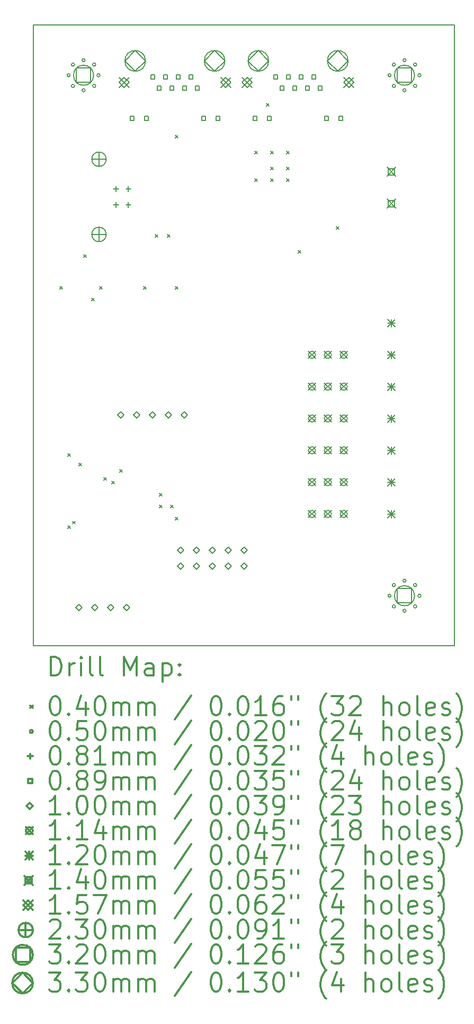
<source format=gbr>
%FSLAX45Y45*%
G04 Gerber Fmt 4.5, Leading zero omitted, Abs format (unit mm)*
G04 Created by KiCad (PCBNEW (5.0.2)-1) date 2019-01-28 20:15:34*
%MOMM*%
%LPD*%
G01*
G04 APERTURE LIST*
%ADD10C,0.200000*%
%ADD11C,0.300000*%
G04 APERTURE END LIST*
D10*
X3492500Y-12382500D02*
X3492500Y-11493500D01*
X10223500Y-12382500D02*
X3492500Y-12382500D01*
X10223500Y-11493500D02*
X10223500Y-12382500D01*
X10223500Y-11493500D02*
X10223500Y-2476500D01*
X3492500Y-2476500D02*
X3492500Y-11493500D01*
X10223500Y-2476500D02*
X3492500Y-2476500D01*
D10*
X3917000Y-6647500D02*
X3957000Y-6687500D01*
X3957000Y-6647500D02*
X3917000Y-6687500D01*
X4044000Y-9314500D02*
X4084000Y-9354500D01*
X4084000Y-9314500D02*
X4044000Y-9354500D01*
X4044000Y-10470200D02*
X4084000Y-10510200D01*
X4084000Y-10470200D02*
X4044000Y-10510200D01*
X4116501Y-10394798D02*
X4156501Y-10434798D01*
X4156501Y-10394798D02*
X4116501Y-10434798D01*
X4221800Y-9466900D02*
X4261800Y-9506900D01*
X4261800Y-9466900D02*
X4221800Y-9506900D01*
X4298000Y-6139500D02*
X4338000Y-6179500D01*
X4338000Y-6139500D02*
X4298000Y-6179500D01*
X4425000Y-6838000D02*
X4465000Y-6878000D01*
X4465000Y-6838000D02*
X4425000Y-6878000D01*
X4552000Y-6647500D02*
X4592000Y-6687500D01*
X4592000Y-6647500D02*
X4552000Y-6687500D01*
X4615500Y-9695500D02*
X4655500Y-9735500D01*
X4655500Y-9695500D02*
X4615500Y-9735500D01*
X4742500Y-9759000D02*
X4782500Y-9799000D01*
X4782500Y-9759000D02*
X4742500Y-9799000D01*
X4869500Y-9568500D02*
X4909500Y-9608500D01*
X4909500Y-9568500D02*
X4869500Y-9608500D01*
X5250500Y-6647500D02*
X5290500Y-6687500D01*
X5290500Y-6647500D02*
X5250500Y-6687500D01*
X5441000Y-5822000D02*
X5481000Y-5862000D01*
X5481000Y-5822000D02*
X5441000Y-5862000D01*
X5504500Y-9949500D02*
X5544500Y-9989500D01*
X5544500Y-9949500D02*
X5504500Y-9989500D01*
X5504500Y-10140000D02*
X5544500Y-10180000D01*
X5544500Y-10140000D02*
X5504500Y-10180000D01*
X5631500Y-5822000D02*
X5671500Y-5862000D01*
X5671500Y-5822000D02*
X5631500Y-5862000D01*
X5685999Y-10140000D02*
X5725999Y-10180000D01*
X5725999Y-10140000D02*
X5685999Y-10180000D01*
X5758500Y-4234500D02*
X5798500Y-4274500D01*
X5798500Y-4234500D02*
X5758500Y-4274500D01*
X5758500Y-6647500D02*
X5798500Y-6687500D01*
X5798500Y-6647500D02*
X5758500Y-6687500D01*
X5758500Y-10330500D02*
X5798500Y-10370500D01*
X5798500Y-10330500D02*
X5758500Y-10370500D01*
X7028500Y-4488500D02*
X7068500Y-4528500D01*
X7068500Y-4488500D02*
X7028500Y-4528500D01*
X7028500Y-4933000D02*
X7068500Y-4973000D01*
X7068500Y-4933000D02*
X7028500Y-4973000D01*
X7028500Y-4933000D02*
X7068500Y-4973000D01*
X7068500Y-4933000D02*
X7028500Y-4973000D01*
X7219000Y-3726500D02*
X7259000Y-3766500D01*
X7259000Y-3726500D02*
X7219000Y-3766500D01*
X7282500Y-4488500D02*
X7322500Y-4528500D01*
X7322500Y-4488500D02*
X7282500Y-4528500D01*
X7282500Y-4742500D02*
X7322500Y-4782500D01*
X7322500Y-4742500D02*
X7282500Y-4782500D01*
X7282500Y-4933000D02*
X7322500Y-4973000D01*
X7322500Y-4933000D02*
X7282500Y-4973000D01*
X7536500Y-4488500D02*
X7576500Y-4528500D01*
X7576500Y-4488500D02*
X7536500Y-4528500D01*
X7536500Y-4742500D02*
X7576500Y-4782500D01*
X7576500Y-4742500D02*
X7536500Y-4782500D01*
X7536500Y-4933000D02*
X7576500Y-4973000D01*
X7576500Y-4933000D02*
X7536500Y-4973000D01*
X7727000Y-6076000D02*
X7767000Y-6116000D01*
X7767000Y-6076000D02*
X7727000Y-6116000D01*
X8336600Y-5695000D02*
X8376600Y-5735000D01*
X8376600Y-5695000D02*
X8336600Y-5735000D01*
X9208400Y-3276600D02*
G75*
G03X9208400Y-3276600I-25000J0D01*
G01*
X9278694Y-3106894D02*
G75*
G03X9278694Y-3106894I-25000J0D01*
G01*
X9278694Y-3446306D02*
G75*
G03X9278694Y-3446306I-25000J0D01*
G01*
X9448400Y-3036600D02*
G75*
G03X9448400Y-3036600I-25000J0D01*
G01*
X9448400Y-3516600D02*
G75*
G03X9448400Y-3516600I-25000J0D01*
G01*
X9618106Y-3106894D02*
G75*
G03X9618106Y-3106894I-25000J0D01*
G01*
X9618106Y-3446306D02*
G75*
G03X9618106Y-3446306I-25000J0D01*
G01*
X9688400Y-3276600D02*
G75*
G03X9688400Y-3276600I-25000J0D01*
G01*
X4077600Y-3276600D02*
G75*
G03X4077600Y-3276600I-25000J0D01*
G01*
X4147894Y-3106894D02*
G75*
G03X4147894Y-3106894I-25000J0D01*
G01*
X4147894Y-3446306D02*
G75*
G03X4147894Y-3446306I-25000J0D01*
G01*
X4317600Y-3036600D02*
G75*
G03X4317600Y-3036600I-25000J0D01*
G01*
X4317600Y-3516600D02*
G75*
G03X4317600Y-3516600I-25000J0D01*
G01*
X4487306Y-3106894D02*
G75*
G03X4487306Y-3106894I-25000J0D01*
G01*
X4487306Y-3446306D02*
G75*
G03X4487306Y-3446306I-25000J0D01*
G01*
X4557600Y-3276600D02*
G75*
G03X4557600Y-3276600I-25000J0D01*
G01*
X9208400Y-11582400D02*
G75*
G03X9208400Y-11582400I-25000J0D01*
G01*
X9278694Y-11412694D02*
G75*
G03X9278694Y-11412694I-25000J0D01*
G01*
X9278694Y-11752106D02*
G75*
G03X9278694Y-11752106I-25000J0D01*
G01*
X9448400Y-11342400D02*
G75*
G03X9448400Y-11342400I-25000J0D01*
G01*
X9448400Y-11822400D02*
G75*
G03X9448400Y-11822400I-25000J0D01*
G01*
X9618106Y-11412694D02*
G75*
G03X9618106Y-11412694I-25000J0D01*
G01*
X9618106Y-11752106D02*
G75*
G03X9618106Y-11752106I-25000J0D01*
G01*
X9688400Y-11582400D02*
G75*
G03X9688400Y-11582400I-25000J0D01*
G01*
X4809570Y-5048736D02*
X4809570Y-5130016D01*
X4768930Y-5089376D02*
X4850210Y-5089376D01*
X4809570Y-5302736D02*
X4809570Y-5384016D01*
X4768930Y-5343376D02*
X4850210Y-5343376D01*
X5009468Y-5048736D02*
X5009468Y-5130016D01*
X4968828Y-5089376D02*
X5050108Y-5089376D01*
X5009468Y-5302736D02*
X5009468Y-5384016D01*
X4968828Y-5343376D02*
X5050108Y-5343376D01*
X5098731Y-3993831D02*
X5098731Y-3930969D01*
X5035869Y-3930969D01*
X5035869Y-3993831D01*
X5098731Y-3993831D01*
X5327331Y-3993831D02*
X5327331Y-3930969D01*
X5264469Y-3930969D01*
X5264469Y-3993831D01*
X5327331Y-3993831D01*
X5428931Y-3333431D02*
X5428931Y-3270569D01*
X5366069Y-3270569D01*
X5366069Y-3333431D01*
X5428931Y-3333431D01*
X5530531Y-3511231D02*
X5530531Y-3448369D01*
X5467669Y-3448369D01*
X5467669Y-3511231D01*
X5530531Y-3511231D01*
X5632131Y-3333431D02*
X5632131Y-3270569D01*
X5569269Y-3270569D01*
X5569269Y-3333431D01*
X5632131Y-3333431D01*
X5733731Y-3511231D02*
X5733731Y-3448369D01*
X5670869Y-3448369D01*
X5670869Y-3511231D01*
X5733731Y-3511231D01*
X5835331Y-3333431D02*
X5835331Y-3270569D01*
X5772469Y-3270569D01*
X5772469Y-3333431D01*
X5835331Y-3333431D01*
X5936931Y-3511231D02*
X5936931Y-3448369D01*
X5874069Y-3448369D01*
X5874069Y-3511231D01*
X5936931Y-3511231D01*
X6038531Y-3333431D02*
X6038531Y-3270569D01*
X5975669Y-3270569D01*
X5975669Y-3333431D01*
X6038531Y-3333431D01*
X6140131Y-3511231D02*
X6140131Y-3448369D01*
X6077269Y-3448369D01*
X6077269Y-3511231D01*
X6140131Y-3511231D01*
X6241731Y-3993831D02*
X6241731Y-3930969D01*
X6178869Y-3930969D01*
X6178869Y-3993831D01*
X6241731Y-3993831D01*
X6470331Y-3993831D02*
X6470331Y-3930969D01*
X6407469Y-3930969D01*
X6407469Y-3993831D01*
X6470331Y-3993831D01*
X7067231Y-3993831D02*
X7067231Y-3930969D01*
X7004369Y-3930969D01*
X7004369Y-3993831D01*
X7067231Y-3993831D01*
X7295831Y-3993831D02*
X7295831Y-3930969D01*
X7232969Y-3930969D01*
X7232969Y-3993831D01*
X7295831Y-3993831D01*
X7397431Y-3333431D02*
X7397431Y-3270569D01*
X7334569Y-3270569D01*
X7334569Y-3333431D01*
X7397431Y-3333431D01*
X7499031Y-3511231D02*
X7499031Y-3448369D01*
X7436169Y-3448369D01*
X7436169Y-3511231D01*
X7499031Y-3511231D01*
X7600631Y-3333431D02*
X7600631Y-3270569D01*
X7537769Y-3270569D01*
X7537769Y-3333431D01*
X7600631Y-3333431D01*
X7702231Y-3511231D02*
X7702231Y-3448369D01*
X7639369Y-3448369D01*
X7639369Y-3511231D01*
X7702231Y-3511231D01*
X7803831Y-3333431D02*
X7803831Y-3270569D01*
X7740969Y-3270569D01*
X7740969Y-3333431D01*
X7803831Y-3333431D01*
X7905431Y-3511231D02*
X7905431Y-3448369D01*
X7842569Y-3448369D01*
X7842569Y-3511231D01*
X7905431Y-3511231D01*
X8007031Y-3333431D02*
X8007031Y-3270569D01*
X7944169Y-3270569D01*
X7944169Y-3333431D01*
X8007031Y-3333431D01*
X8108631Y-3511231D02*
X8108631Y-3448369D01*
X8045769Y-3448369D01*
X8045769Y-3511231D01*
X8108631Y-3511231D01*
X8210231Y-3993831D02*
X8210231Y-3930969D01*
X8147369Y-3930969D01*
X8147369Y-3993831D01*
X8210231Y-3993831D01*
X8438831Y-3993831D02*
X8438831Y-3930969D01*
X8375969Y-3930969D01*
X8375969Y-3993831D01*
X8438831Y-3993831D01*
X5143500Y-8749500D02*
X5193500Y-8699500D01*
X5143500Y-8649500D01*
X5093500Y-8699500D01*
X5143500Y-8749500D01*
X5397500Y-8749500D02*
X5447500Y-8699500D01*
X5397500Y-8649500D01*
X5347500Y-8699500D01*
X5397500Y-8749500D01*
X5651500Y-8749500D02*
X5701500Y-8699500D01*
X5651500Y-8649500D01*
X5601500Y-8699500D01*
X5651500Y-8749500D01*
X5905500Y-8749500D02*
X5955500Y-8699500D01*
X5905500Y-8649500D01*
X5855500Y-8699500D01*
X5905500Y-8749500D01*
X4889500Y-8749500D02*
X4939500Y-8699500D01*
X4889500Y-8649500D01*
X4839500Y-8699500D01*
X4889500Y-8749500D01*
X5143500Y-8749500D02*
X5193500Y-8699500D01*
X5143500Y-8649500D01*
X5093500Y-8699500D01*
X5143500Y-8749500D01*
X5397500Y-8749500D02*
X5447500Y-8699500D01*
X5397500Y-8649500D01*
X5347500Y-8699500D01*
X5397500Y-8749500D01*
X5651500Y-8749500D02*
X5701500Y-8699500D01*
X5651500Y-8649500D01*
X5601500Y-8699500D01*
X5651500Y-8749500D01*
X5905500Y-8749500D02*
X5955500Y-8699500D01*
X5905500Y-8649500D01*
X5855500Y-8699500D01*
X5905500Y-8749500D01*
X5842000Y-10908500D02*
X5892000Y-10858500D01*
X5842000Y-10808500D01*
X5792000Y-10858500D01*
X5842000Y-10908500D01*
X5842000Y-11162500D02*
X5892000Y-11112500D01*
X5842000Y-11062500D01*
X5792000Y-11112500D01*
X5842000Y-11162500D01*
X6096000Y-10908500D02*
X6146000Y-10858500D01*
X6096000Y-10808500D01*
X6046000Y-10858500D01*
X6096000Y-10908500D01*
X6096000Y-11162500D02*
X6146000Y-11112500D01*
X6096000Y-11062500D01*
X6046000Y-11112500D01*
X6096000Y-11162500D01*
X6350000Y-10908500D02*
X6400000Y-10858500D01*
X6350000Y-10808500D01*
X6300000Y-10858500D01*
X6350000Y-10908500D01*
X6350000Y-11162500D02*
X6400000Y-11112500D01*
X6350000Y-11062500D01*
X6300000Y-11112500D01*
X6350000Y-11162500D01*
X6604000Y-10908500D02*
X6654000Y-10858500D01*
X6604000Y-10808500D01*
X6554000Y-10858500D01*
X6604000Y-10908500D01*
X6604000Y-11162500D02*
X6654000Y-11112500D01*
X6604000Y-11062500D01*
X6554000Y-11112500D01*
X6604000Y-11162500D01*
X6858000Y-10908500D02*
X6908000Y-10858500D01*
X6858000Y-10808500D01*
X6808000Y-10858500D01*
X6858000Y-10908500D01*
X6858000Y-11162500D02*
X6908000Y-11112500D01*
X6858000Y-11062500D01*
X6808000Y-11112500D01*
X6858000Y-11162500D01*
X4216400Y-11822900D02*
X4266400Y-11772900D01*
X4216400Y-11722900D01*
X4166400Y-11772900D01*
X4216400Y-11822900D01*
X4470400Y-11822900D02*
X4520400Y-11772900D01*
X4470400Y-11722900D01*
X4420400Y-11772900D01*
X4470400Y-11822900D01*
X4724400Y-11822900D02*
X4774400Y-11772900D01*
X4724400Y-11722900D01*
X4674400Y-11772900D01*
X4724400Y-11822900D01*
X4978400Y-11822900D02*
X5028400Y-11772900D01*
X4978400Y-11722900D01*
X4928400Y-11772900D01*
X4978400Y-11822900D01*
X7887382Y-7680474D02*
X8001682Y-7794774D01*
X8001682Y-7680474D02*
X7887382Y-7794774D01*
X8001682Y-7737624D02*
G75*
G03X8001682Y-7737624I-57150J0D01*
G01*
X8141382Y-7680474D02*
X8255682Y-7794774D01*
X8255682Y-7680474D02*
X8141382Y-7794774D01*
X8255682Y-7737624D02*
G75*
G03X8255682Y-7737624I-57150J0D01*
G01*
X8395382Y-7680474D02*
X8509682Y-7794774D01*
X8509682Y-7680474D02*
X8395382Y-7794774D01*
X8509682Y-7737624D02*
G75*
G03X8509682Y-7737624I-57150J0D01*
G01*
X7887382Y-10220474D02*
X8001682Y-10334774D01*
X8001682Y-10220474D02*
X7887382Y-10334774D01*
X8001682Y-10277624D02*
G75*
G03X8001682Y-10277624I-57150J0D01*
G01*
X8141382Y-10220474D02*
X8255682Y-10334774D01*
X8255682Y-10220474D02*
X8141382Y-10334774D01*
X8255682Y-10277624D02*
G75*
G03X8255682Y-10277624I-57150J0D01*
G01*
X8395382Y-10220474D02*
X8509682Y-10334774D01*
X8509682Y-10220474D02*
X8395382Y-10334774D01*
X8509682Y-10277624D02*
G75*
G03X8509682Y-10277624I-57150J0D01*
G01*
X7887382Y-9204474D02*
X8001682Y-9318774D01*
X8001682Y-9204474D02*
X7887382Y-9318774D01*
X8001682Y-9261624D02*
G75*
G03X8001682Y-9261624I-57150J0D01*
G01*
X8141382Y-9204474D02*
X8255682Y-9318774D01*
X8255682Y-9204474D02*
X8141382Y-9318774D01*
X8255682Y-9261624D02*
G75*
G03X8255682Y-9261624I-57150J0D01*
G01*
X8395382Y-9204474D02*
X8509682Y-9318774D01*
X8509682Y-9204474D02*
X8395382Y-9318774D01*
X8509682Y-9261624D02*
G75*
G03X8509682Y-9261624I-57150J0D01*
G01*
X7887382Y-8188474D02*
X8001682Y-8302774D01*
X8001682Y-8188474D02*
X7887382Y-8302774D01*
X8001682Y-8245624D02*
G75*
G03X8001682Y-8245624I-57150J0D01*
G01*
X8141382Y-8188474D02*
X8255682Y-8302774D01*
X8255682Y-8188474D02*
X8141382Y-8302774D01*
X8255682Y-8245624D02*
G75*
G03X8255682Y-8245624I-57150J0D01*
G01*
X8395382Y-8188474D02*
X8509682Y-8302774D01*
X8509682Y-8188474D02*
X8395382Y-8302774D01*
X8509682Y-8245624D02*
G75*
G03X8509682Y-8245624I-57150J0D01*
G01*
X7887382Y-9712474D02*
X8001682Y-9826774D01*
X8001682Y-9712474D02*
X7887382Y-9826774D01*
X8001682Y-9769624D02*
G75*
G03X8001682Y-9769624I-57150J0D01*
G01*
X8141382Y-9712474D02*
X8255682Y-9826774D01*
X8255682Y-9712474D02*
X8141382Y-9826774D01*
X8255682Y-9769624D02*
G75*
G03X8255682Y-9769624I-57150J0D01*
G01*
X8395382Y-9712474D02*
X8509682Y-9826774D01*
X8509682Y-9712474D02*
X8395382Y-9826774D01*
X8509682Y-9769624D02*
G75*
G03X8509682Y-9769624I-57150J0D01*
G01*
X7887382Y-8696474D02*
X8001682Y-8810774D01*
X8001682Y-8696474D02*
X7887382Y-8810774D01*
X8001682Y-8753624D02*
G75*
G03X8001682Y-8753624I-57150J0D01*
G01*
X8141382Y-8696474D02*
X8255682Y-8810774D01*
X8255682Y-8696474D02*
X8141382Y-8810774D01*
X8255682Y-8753624D02*
G75*
G03X8255682Y-8753624I-57150J0D01*
G01*
X8395382Y-8696474D02*
X8509682Y-8810774D01*
X8509682Y-8696474D02*
X8395382Y-8810774D01*
X8509682Y-8753624D02*
G75*
G03X8509682Y-8753624I-57150J0D01*
G01*
X9154532Y-7169624D02*
X9274532Y-7289624D01*
X9274532Y-7169624D02*
X9154532Y-7289624D01*
X9214532Y-7169624D02*
X9214532Y-7289624D01*
X9154532Y-7229624D02*
X9274532Y-7229624D01*
X9154532Y-7677624D02*
X9274532Y-7797624D01*
X9274532Y-7677624D02*
X9154532Y-7797624D01*
X9214532Y-7677624D02*
X9214532Y-7797624D01*
X9154532Y-7737624D02*
X9274532Y-7737624D01*
X9154532Y-8185624D02*
X9274532Y-8305624D01*
X9274532Y-8185624D02*
X9154532Y-8305624D01*
X9214532Y-8185624D02*
X9214532Y-8305624D01*
X9154532Y-8245624D02*
X9274532Y-8245624D01*
X9154532Y-8693624D02*
X9274532Y-8813624D01*
X9274532Y-8693624D02*
X9154532Y-8813624D01*
X9214532Y-8693624D02*
X9214532Y-8813624D01*
X9154532Y-8753624D02*
X9274532Y-8753624D01*
X9154532Y-9201624D02*
X9274532Y-9321624D01*
X9274532Y-9201624D02*
X9154532Y-9321624D01*
X9214532Y-9201624D02*
X9214532Y-9321624D01*
X9154532Y-9261624D02*
X9274532Y-9261624D01*
X9154532Y-9709624D02*
X9274532Y-9829624D01*
X9274532Y-9709624D02*
X9154532Y-9829624D01*
X9214532Y-9709624D02*
X9214532Y-9829624D01*
X9154532Y-9769624D02*
X9274532Y-9769624D01*
X9154532Y-10217624D02*
X9274532Y-10337624D01*
X9274532Y-10217624D02*
X9154532Y-10337624D01*
X9214532Y-10217624D02*
X9214532Y-10337624D01*
X9154532Y-10277624D02*
X9274532Y-10277624D01*
X9144532Y-4746624D02*
X9284532Y-4886624D01*
X9284532Y-4746624D02*
X9144532Y-4886624D01*
X9264030Y-4866122D02*
X9264030Y-4767126D01*
X9165034Y-4767126D01*
X9165034Y-4866122D01*
X9264030Y-4866122D01*
X9144532Y-5254624D02*
X9284532Y-5394624D01*
X9284532Y-5254624D02*
X9144532Y-5394624D01*
X9264030Y-5374122D02*
X9264030Y-5275126D01*
X9165034Y-5275126D01*
X9165034Y-5374122D01*
X9264030Y-5374122D01*
X4861800Y-3312400D02*
X5018800Y-3469400D01*
X5018800Y-3312400D02*
X4861800Y-3469400D01*
X4940300Y-3469400D02*
X5018800Y-3390900D01*
X4940300Y-3312400D01*
X4861800Y-3390900D01*
X4940300Y-3469400D01*
X6487400Y-3312400D02*
X6644400Y-3469400D01*
X6644400Y-3312400D02*
X6487400Y-3469400D01*
X6565900Y-3469400D02*
X6644400Y-3390900D01*
X6565900Y-3312400D01*
X6487400Y-3390900D01*
X6565900Y-3469400D01*
X6830300Y-3312400D02*
X6987300Y-3469400D01*
X6987300Y-3312400D02*
X6830300Y-3469400D01*
X6908800Y-3469400D02*
X6987300Y-3390900D01*
X6908800Y-3312400D01*
X6830300Y-3390900D01*
X6908800Y-3469400D01*
X8455900Y-3312400D02*
X8612900Y-3469400D01*
X8612900Y-3312400D02*
X8455900Y-3469400D01*
X8534400Y-3469400D02*
X8612900Y-3390900D01*
X8534400Y-3312400D01*
X8455900Y-3390900D01*
X8534400Y-3469400D01*
X4539568Y-4501366D02*
X4539568Y-4731490D01*
X4424506Y-4616428D02*
X4654630Y-4616428D01*
X4654630Y-4616428D02*
G75*
G03X4654630Y-4616428I-115062J0D01*
G01*
X4539568Y-5701262D02*
X4539568Y-5931386D01*
X4424506Y-5816324D02*
X4654630Y-5816324D01*
X4654630Y-5816324D02*
G75*
G03X4654630Y-5816324I-115062J0D01*
G01*
X9536538Y-3389738D02*
X9536538Y-3163462D01*
X9310262Y-3163462D01*
X9310262Y-3389738D01*
X9536538Y-3389738D01*
X9583400Y-3276600D02*
G75*
G03X9583400Y-3276600I-160000J0D01*
G01*
X4405738Y-3389738D02*
X4405738Y-3163462D01*
X4179462Y-3163462D01*
X4179462Y-3389738D01*
X4405738Y-3389738D01*
X4452600Y-3276600D02*
G75*
G03X4452600Y-3276600I-160000J0D01*
G01*
X9536538Y-11695538D02*
X9536538Y-11469262D01*
X9310262Y-11469262D01*
X9310262Y-11695538D01*
X9536538Y-11695538D01*
X9583400Y-11582400D02*
G75*
G03X9583400Y-11582400I-160000J0D01*
G01*
X5118100Y-3213000D02*
X5283100Y-3048000D01*
X5118100Y-2883000D01*
X4953100Y-3048000D01*
X5118100Y-3213000D01*
X5283100Y-3048000D02*
G75*
G03X5283100Y-3048000I-165000J0D01*
G01*
X6388100Y-3213000D02*
X6553100Y-3048000D01*
X6388100Y-2883000D01*
X6223100Y-3048000D01*
X6388100Y-3213000D01*
X6553100Y-3048000D02*
G75*
G03X6553100Y-3048000I-165000J0D01*
G01*
X7086600Y-3213000D02*
X7251600Y-3048000D01*
X7086600Y-2883000D01*
X6921600Y-3048000D01*
X7086600Y-3213000D01*
X7251600Y-3048000D02*
G75*
G03X7251600Y-3048000I-165000J0D01*
G01*
X8356600Y-3213000D02*
X8521600Y-3048000D01*
X8356600Y-2883000D01*
X8191600Y-3048000D01*
X8356600Y-3213000D01*
X8521600Y-3048000D02*
G75*
G03X8521600Y-3048000I-165000J0D01*
G01*
D11*
X3768928Y-12858214D02*
X3768928Y-12558214D01*
X3840357Y-12558214D01*
X3883214Y-12572500D01*
X3911786Y-12601071D01*
X3926071Y-12629643D01*
X3940357Y-12686786D01*
X3940357Y-12729643D01*
X3926071Y-12786786D01*
X3911786Y-12815357D01*
X3883214Y-12843929D01*
X3840357Y-12858214D01*
X3768928Y-12858214D01*
X4068928Y-12858214D02*
X4068928Y-12658214D01*
X4068928Y-12715357D02*
X4083214Y-12686786D01*
X4097500Y-12672500D01*
X4126071Y-12658214D01*
X4154643Y-12658214D01*
X4254643Y-12858214D02*
X4254643Y-12658214D01*
X4254643Y-12558214D02*
X4240357Y-12572500D01*
X4254643Y-12586786D01*
X4268928Y-12572500D01*
X4254643Y-12558214D01*
X4254643Y-12586786D01*
X4440357Y-12858214D02*
X4411786Y-12843929D01*
X4397500Y-12815357D01*
X4397500Y-12558214D01*
X4597500Y-12858214D02*
X4568928Y-12843929D01*
X4554643Y-12815357D01*
X4554643Y-12558214D01*
X4940357Y-12858214D02*
X4940357Y-12558214D01*
X5040357Y-12772500D01*
X5140357Y-12558214D01*
X5140357Y-12858214D01*
X5411786Y-12858214D02*
X5411786Y-12701071D01*
X5397500Y-12672500D01*
X5368928Y-12658214D01*
X5311786Y-12658214D01*
X5283214Y-12672500D01*
X5411786Y-12843929D02*
X5383214Y-12858214D01*
X5311786Y-12858214D01*
X5283214Y-12843929D01*
X5268928Y-12815357D01*
X5268928Y-12786786D01*
X5283214Y-12758214D01*
X5311786Y-12743929D01*
X5383214Y-12743929D01*
X5411786Y-12729643D01*
X5554643Y-12658214D02*
X5554643Y-12958214D01*
X5554643Y-12672500D02*
X5583214Y-12658214D01*
X5640357Y-12658214D01*
X5668928Y-12672500D01*
X5683214Y-12686786D01*
X5697500Y-12715357D01*
X5697500Y-12801071D01*
X5683214Y-12829643D01*
X5668928Y-12843929D01*
X5640357Y-12858214D01*
X5583214Y-12858214D01*
X5554643Y-12843929D01*
X5826071Y-12829643D02*
X5840357Y-12843929D01*
X5826071Y-12858214D01*
X5811786Y-12843929D01*
X5826071Y-12829643D01*
X5826071Y-12858214D01*
X5826071Y-12672500D02*
X5840357Y-12686786D01*
X5826071Y-12701071D01*
X5811786Y-12686786D01*
X5826071Y-12672500D01*
X5826071Y-12701071D01*
X3442500Y-13332500D02*
X3482500Y-13372500D01*
X3482500Y-13332500D02*
X3442500Y-13372500D01*
X3826071Y-13188214D02*
X3854643Y-13188214D01*
X3883214Y-13202500D01*
X3897500Y-13216786D01*
X3911786Y-13245357D01*
X3926071Y-13302500D01*
X3926071Y-13373929D01*
X3911786Y-13431071D01*
X3897500Y-13459643D01*
X3883214Y-13473929D01*
X3854643Y-13488214D01*
X3826071Y-13488214D01*
X3797500Y-13473929D01*
X3783214Y-13459643D01*
X3768928Y-13431071D01*
X3754643Y-13373929D01*
X3754643Y-13302500D01*
X3768928Y-13245357D01*
X3783214Y-13216786D01*
X3797500Y-13202500D01*
X3826071Y-13188214D01*
X4054643Y-13459643D02*
X4068928Y-13473929D01*
X4054643Y-13488214D01*
X4040357Y-13473929D01*
X4054643Y-13459643D01*
X4054643Y-13488214D01*
X4326071Y-13288214D02*
X4326071Y-13488214D01*
X4254643Y-13173929D02*
X4183214Y-13388214D01*
X4368928Y-13388214D01*
X4540357Y-13188214D02*
X4568928Y-13188214D01*
X4597500Y-13202500D01*
X4611786Y-13216786D01*
X4626071Y-13245357D01*
X4640357Y-13302500D01*
X4640357Y-13373929D01*
X4626071Y-13431071D01*
X4611786Y-13459643D01*
X4597500Y-13473929D01*
X4568928Y-13488214D01*
X4540357Y-13488214D01*
X4511786Y-13473929D01*
X4497500Y-13459643D01*
X4483214Y-13431071D01*
X4468928Y-13373929D01*
X4468928Y-13302500D01*
X4483214Y-13245357D01*
X4497500Y-13216786D01*
X4511786Y-13202500D01*
X4540357Y-13188214D01*
X4768928Y-13488214D02*
X4768928Y-13288214D01*
X4768928Y-13316786D02*
X4783214Y-13302500D01*
X4811786Y-13288214D01*
X4854643Y-13288214D01*
X4883214Y-13302500D01*
X4897500Y-13331071D01*
X4897500Y-13488214D01*
X4897500Y-13331071D02*
X4911786Y-13302500D01*
X4940357Y-13288214D01*
X4983214Y-13288214D01*
X5011786Y-13302500D01*
X5026071Y-13331071D01*
X5026071Y-13488214D01*
X5168928Y-13488214D02*
X5168928Y-13288214D01*
X5168928Y-13316786D02*
X5183214Y-13302500D01*
X5211786Y-13288214D01*
X5254643Y-13288214D01*
X5283214Y-13302500D01*
X5297500Y-13331071D01*
X5297500Y-13488214D01*
X5297500Y-13331071D02*
X5311786Y-13302500D01*
X5340357Y-13288214D01*
X5383214Y-13288214D01*
X5411786Y-13302500D01*
X5426071Y-13331071D01*
X5426071Y-13488214D01*
X6011786Y-13173929D02*
X5754643Y-13559643D01*
X6397500Y-13188214D02*
X6426071Y-13188214D01*
X6454643Y-13202500D01*
X6468928Y-13216786D01*
X6483214Y-13245357D01*
X6497500Y-13302500D01*
X6497500Y-13373929D01*
X6483214Y-13431071D01*
X6468928Y-13459643D01*
X6454643Y-13473929D01*
X6426071Y-13488214D01*
X6397500Y-13488214D01*
X6368928Y-13473929D01*
X6354643Y-13459643D01*
X6340357Y-13431071D01*
X6326071Y-13373929D01*
X6326071Y-13302500D01*
X6340357Y-13245357D01*
X6354643Y-13216786D01*
X6368928Y-13202500D01*
X6397500Y-13188214D01*
X6626071Y-13459643D02*
X6640357Y-13473929D01*
X6626071Y-13488214D01*
X6611786Y-13473929D01*
X6626071Y-13459643D01*
X6626071Y-13488214D01*
X6826071Y-13188214D02*
X6854643Y-13188214D01*
X6883214Y-13202500D01*
X6897500Y-13216786D01*
X6911786Y-13245357D01*
X6926071Y-13302500D01*
X6926071Y-13373929D01*
X6911786Y-13431071D01*
X6897500Y-13459643D01*
X6883214Y-13473929D01*
X6854643Y-13488214D01*
X6826071Y-13488214D01*
X6797500Y-13473929D01*
X6783214Y-13459643D01*
X6768928Y-13431071D01*
X6754643Y-13373929D01*
X6754643Y-13302500D01*
X6768928Y-13245357D01*
X6783214Y-13216786D01*
X6797500Y-13202500D01*
X6826071Y-13188214D01*
X7211786Y-13488214D02*
X7040357Y-13488214D01*
X7126071Y-13488214D02*
X7126071Y-13188214D01*
X7097500Y-13231071D01*
X7068928Y-13259643D01*
X7040357Y-13273929D01*
X7468928Y-13188214D02*
X7411786Y-13188214D01*
X7383214Y-13202500D01*
X7368928Y-13216786D01*
X7340357Y-13259643D01*
X7326071Y-13316786D01*
X7326071Y-13431071D01*
X7340357Y-13459643D01*
X7354643Y-13473929D01*
X7383214Y-13488214D01*
X7440357Y-13488214D01*
X7468928Y-13473929D01*
X7483214Y-13459643D01*
X7497500Y-13431071D01*
X7497500Y-13359643D01*
X7483214Y-13331071D01*
X7468928Y-13316786D01*
X7440357Y-13302500D01*
X7383214Y-13302500D01*
X7354643Y-13316786D01*
X7340357Y-13331071D01*
X7326071Y-13359643D01*
X7611786Y-13188214D02*
X7611786Y-13245357D01*
X7726071Y-13188214D02*
X7726071Y-13245357D01*
X8168928Y-13602500D02*
X8154643Y-13588214D01*
X8126071Y-13545357D01*
X8111786Y-13516786D01*
X8097500Y-13473929D01*
X8083214Y-13402500D01*
X8083214Y-13345357D01*
X8097500Y-13273929D01*
X8111786Y-13231071D01*
X8126071Y-13202500D01*
X8154643Y-13159643D01*
X8168928Y-13145357D01*
X8254643Y-13188214D02*
X8440357Y-13188214D01*
X8340357Y-13302500D01*
X8383214Y-13302500D01*
X8411786Y-13316786D01*
X8426071Y-13331071D01*
X8440357Y-13359643D01*
X8440357Y-13431071D01*
X8426071Y-13459643D01*
X8411786Y-13473929D01*
X8383214Y-13488214D01*
X8297500Y-13488214D01*
X8268928Y-13473929D01*
X8254643Y-13459643D01*
X8554643Y-13216786D02*
X8568928Y-13202500D01*
X8597500Y-13188214D01*
X8668928Y-13188214D01*
X8697500Y-13202500D01*
X8711786Y-13216786D01*
X8726071Y-13245357D01*
X8726071Y-13273929D01*
X8711786Y-13316786D01*
X8540357Y-13488214D01*
X8726071Y-13488214D01*
X9083214Y-13488214D02*
X9083214Y-13188214D01*
X9211786Y-13488214D02*
X9211786Y-13331071D01*
X9197500Y-13302500D01*
X9168928Y-13288214D01*
X9126071Y-13288214D01*
X9097500Y-13302500D01*
X9083214Y-13316786D01*
X9397500Y-13488214D02*
X9368928Y-13473929D01*
X9354643Y-13459643D01*
X9340357Y-13431071D01*
X9340357Y-13345357D01*
X9354643Y-13316786D01*
X9368928Y-13302500D01*
X9397500Y-13288214D01*
X9440357Y-13288214D01*
X9468928Y-13302500D01*
X9483214Y-13316786D01*
X9497500Y-13345357D01*
X9497500Y-13431071D01*
X9483214Y-13459643D01*
X9468928Y-13473929D01*
X9440357Y-13488214D01*
X9397500Y-13488214D01*
X9668928Y-13488214D02*
X9640357Y-13473929D01*
X9626071Y-13445357D01*
X9626071Y-13188214D01*
X9897500Y-13473929D02*
X9868928Y-13488214D01*
X9811786Y-13488214D01*
X9783214Y-13473929D01*
X9768928Y-13445357D01*
X9768928Y-13331071D01*
X9783214Y-13302500D01*
X9811786Y-13288214D01*
X9868928Y-13288214D01*
X9897500Y-13302500D01*
X9911786Y-13331071D01*
X9911786Y-13359643D01*
X9768928Y-13388214D01*
X10026071Y-13473929D02*
X10054643Y-13488214D01*
X10111786Y-13488214D01*
X10140357Y-13473929D01*
X10154643Y-13445357D01*
X10154643Y-13431071D01*
X10140357Y-13402500D01*
X10111786Y-13388214D01*
X10068928Y-13388214D01*
X10040357Y-13373929D01*
X10026071Y-13345357D01*
X10026071Y-13331071D01*
X10040357Y-13302500D01*
X10068928Y-13288214D01*
X10111786Y-13288214D01*
X10140357Y-13302500D01*
X10254643Y-13602500D02*
X10268928Y-13588214D01*
X10297500Y-13545357D01*
X10311786Y-13516786D01*
X10326071Y-13473929D01*
X10340357Y-13402500D01*
X10340357Y-13345357D01*
X10326071Y-13273929D01*
X10311786Y-13231071D01*
X10297500Y-13202500D01*
X10268928Y-13159643D01*
X10254643Y-13145357D01*
X3482500Y-13748500D02*
G75*
G03X3482500Y-13748500I-25000J0D01*
G01*
X3826071Y-13584214D02*
X3854643Y-13584214D01*
X3883214Y-13598500D01*
X3897500Y-13612786D01*
X3911786Y-13641357D01*
X3926071Y-13698500D01*
X3926071Y-13769929D01*
X3911786Y-13827071D01*
X3897500Y-13855643D01*
X3883214Y-13869929D01*
X3854643Y-13884214D01*
X3826071Y-13884214D01*
X3797500Y-13869929D01*
X3783214Y-13855643D01*
X3768928Y-13827071D01*
X3754643Y-13769929D01*
X3754643Y-13698500D01*
X3768928Y-13641357D01*
X3783214Y-13612786D01*
X3797500Y-13598500D01*
X3826071Y-13584214D01*
X4054643Y-13855643D02*
X4068928Y-13869929D01*
X4054643Y-13884214D01*
X4040357Y-13869929D01*
X4054643Y-13855643D01*
X4054643Y-13884214D01*
X4340357Y-13584214D02*
X4197500Y-13584214D01*
X4183214Y-13727071D01*
X4197500Y-13712786D01*
X4226071Y-13698500D01*
X4297500Y-13698500D01*
X4326071Y-13712786D01*
X4340357Y-13727071D01*
X4354643Y-13755643D01*
X4354643Y-13827071D01*
X4340357Y-13855643D01*
X4326071Y-13869929D01*
X4297500Y-13884214D01*
X4226071Y-13884214D01*
X4197500Y-13869929D01*
X4183214Y-13855643D01*
X4540357Y-13584214D02*
X4568928Y-13584214D01*
X4597500Y-13598500D01*
X4611786Y-13612786D01*
X4626071Y-13641357D01*
X4640357Y-13698500D01*
X4640357Y-13769929D01*
X4626071Y-13827071D01*
X4611786Y-13855643D01*
X4597500Y-13869929D01*
X4568928Y-13884214D01*
X4540357Y-13884214D01*
X4511786Y-13869929D01*
X4497500Y-13855643D01*
X4483214Y-13827071D01*
X4468928Y-13769929D01*
X4468928Y-13698500D01*
X4483214Y-13641357D01*
X4497500Y-13612786D01*
X4511786Y-13598500D01*
X4540357Y-13584214D01*
X4768928Y-13884214D02*
X4768928Y-13684214D01*
X4768928Y-13712786D02*
X4783214Y-13698500D01*
X4811786Y-13684214D01*
X4854643Y-13684214D01*
X4883214Y-13698500D01*
X4897500Y-13727071D01*
X4897500Y-13884214D01*
X4897500Y-13727071D02*
X4911786Y-13698500D01*
X4940357Y-13684214D01*
X4983214Y-13684214D01*
X5011786Y-13698500D01*
X5026071Y-13727071D01*
X5026071Y-13884214D01*
X5168928Y-13884214D02*
X5168928Y-13684214D01*
X5168928Y-13712786D02*
X5183214Y-13698500D01*
X5211786Y-13684214D01*
X5254643Y-13684214D01*
X5283214Y-13698500D01*
X5297500Y-13727071D01*
X5297500Y-13884214D01*
X5297500Y-13727071D02*
X5311786Y-13698500D01*
X5340357Y-13684214D01*
X5383214Y-13684214D01*
X5411786Y-13698500D01*
X5426071Y-13727071D01*
X5426071Y-13884214D01*
X6011786Y-13569929D02*
X5754643Y-13955643D01*
X6397500Y-13584214D02*
X6426071Y-13584214D01*
X6454643Y-13598500D01*
X6468928Y-13612786D01*
X6483214Y-13641357D01*
X6497500Y-13698500D01*
X6497500Y-13769929D01*
X6483214Y-13827071D01*
X6468928Y-13855643D01*
X6454643Y-13869929D01*
X6426071Y-13884214D01*
X6397500Y-13884214D01*
X6368928Y-13869929D01*
X6354643Y-13855643D01*
X6340357Y-13827071D01*
X6326071Y-13769929D01*
X6326071Y-13698500D01*
X6340357Y-13641357D01*
X6354643Y-13612786D01*
X6368928Y-13598500D01*
X6397500Y-13584214D01*
X6626071Y-13855643D02*
X6640357Y-13869929D01*
X6626071Y-13884214D01*
X6611786Y-13869929D01*
X6626071Y-13855643D01*
X6626071Y-13884214D01*
X6826071Y-13584214D02*
X6854643Y-13584214D01*
X6883214Y-13598500D01*
X6897500Y-13612786D01*
X6911786Y-13641357D01*
X6926071Y-13698500D01*
X6926071Y-13769929D01*
X6911786Y-13827071D01*
X6897500Y-13855643D01*
X6883214Y-13869929D01*
X6854643Y-13884214D01*
X6826071Y-13884214D01*
X6797500Y-13869929D01*
X6783214Y-13855643D01*
X6768928Y-13827071D01*
X6754643Y-13769929D01*
X6754643Y-13698500D01*
X6768928Y-13641357D01*
X6783214Y-13612786D01*
X6797500Y-13598500D01*
X6826071Y-13584214D01*
X7040357Y-13612786D02*
X7054643Y-13598500D01*
X7083214Y-13584214D01*
X7154643Y-13584214D01*
X7183214Y-13598500D01*
X7197500Y-13612786D01*
X7211786Y-13641357D01*
X7211786Y-13669929D01*
X7197500Y-13712786D01*
X7026071Y-13884214D01*
X7211786Y-13884214D01*
X7397500Y-13584214D02*
X7426071Y-13584214D01*
X7454643Y-13598500D01*
X7468928Y-13612786D01*
X7483214Y-13641357D01*
X7497500Y-13698500D01*
X7497500Y-13769929D01*
X7483214Y-13827071D01*
X7468928Y-13855643D01*
X7454643Y-13869929D01*
X7426071Y-13884214D01*
X7397500Y-13884214D01*
X7368928Y-13869929D01*
X7354643Y-13855643D01*
X7340357Y-13827071D01*
X7326071Y-13769929D01*
X7326071Y-13698500D01*
X7340357Y-13641357D01*
X7354643Y-13612786D01*
X7368928Y-13598500D01*
X7397500Y-13584214D01*
X7611786Y-13584214D02*
X7611786Y-13641357D01*
X7726071Y-13584214D02*
X7726071Y-13641357D01*
X8168928Y-13998500D02*
X8154643Y-13984214D01*
X8126071Y-13941357D01*
X8111786Y-13912786D01*
X8097500Y-13869929D01*
X8083214Y-13798500D01*
X8083214Y-13741357D01*
X8097500Y-13669929D01*
X8111786Y-13627071D01*
X8126071Y-13598500D01*
X8154643Y-13555643D01*
X8168928Y-13541357D01*
X8268928Y-13612786D02*
X8283214Y-13598500D01*
X8311786Y-13584214D01*
X8383214Y-13584214D01*
X8411786Y-13598500D01*
X8426071Y-13612786D01*
X8440357Y-13641357D01*
X8440357Y-13669929D01*
X8426071Y-13712786D01*
X8254643Y-13884214D01*
X8440357Y-13884214D01*
X8697500Y-13684214D02*
X8697500Y-13884214D01*
X8626071Y-13569929D02*
X8554643Y-13784214D01*
X8740357Y-13784214D01*
X9083214Y-13884214D02*
X9083214Y-13584214D01*
X9211786Y-13884214D02*
X9211786Y-13727071D01*
X9197500Y-13698500D01*
X9168928Y-13684214D01*
X9126071Y-13684214D01*
X9097500Y-13698500D01*
X9083214Y-13712786D01*
X9397500Y-13884214D02*
X9368928Y-13869929D01*
X9354643Y-13855643D01*
X9340357Y-13827071D01*
X9340357Y-13741357D01*
X9354643Y-13712786D01*
X9368928Y-13698500D01*
X9397500Y-13684214D01*
X9440357Y-13684214D01*
X9468928Y-13698500D01*
X9483214Y-13712786D01*
X9497500Y-13741357D01*
X9497500Y-13827071D01*
X9483214Y-13855643D01*
X9468928Y-13869929D01*
X9440357Y-13884214D01*
X9397500Y-13884214D01*
X9668928Y-13884214D02*
X9640357Y-13869929D01*
X9626071Y-13841357D01*
X9626071Y-13584214D01*
X9897500Y-13869929D02*
X9868928Y-13884214D01*
X9811786Y-13884214D01*
X9783214Y-13869929D01*
X9768928Y-13841357D01*
X9768928Y-13727071D01*
X9783214Y-13698500D01*
X9811786Y-13684214D01*
X9868928Y-13684214D01*
X9897500Y-13698500D01*
X9911786Y-13727071D01*
X9911786Y-13755643D01*
X9768928Y-13784214D01*
X10026071Y-13869929D02*
X10054643Y-13884214D01*
X10111786Y-13884214D01*
X10140357Y-13869929D01*
X10154643Y-13841357D01*
X10154643Y-13827071D01*
X10140357Y-13798500D01*
X10111786Y-13784214D01*
X10068928Y-13784214D01*
X10040357Y-13769929D01*
X10026071Y-13741357D01*
X10026071Y-13727071D01*
X10040357Y-13698500D01*
X10068928Y-13684214D01*
X10111786Y-13684214D01*
X10140357Y-13698500D01*
X10254643Y-13998500D02*
X10268928Y-13984214D01*
X10297500Y-13941357D01*
X10311786Y-13912786D01*
X10326071Y-13869929D01*
X10340357Y-13798500D01*
X10340357Y-13741357D01*
X10326071Y-13669929D01*
X10311786Y-13627071D01*
X10297500Y-13598500D01*
X10268928Y-13555643D01*
X10254643Y-13541357D01*
X3441860Y-14103860D02*
X3441860Y-14185140D01*
X3401220Y-14144500D02*
X3482500Y-14144500D01*
X3826071Y-13980214D02*
X3854643Y-13980214D01*
X3883214Y-13994500D01*
X3897500Y-14008786D01*
X3911786Y-14037357D01*
X3926071Y-14094500D01*
X3926071Y-14165929D01*
X3911786Y-14223071D01*
X3897500Y-14251643D01*
X3883214Y-14265929D01*
X3854643Y-14280214D01*
X3826071Y-14280214D01*
X3797500Y-14265929D01*
X3783214Y-14251643D01*
X3768928Y-14223071D01*
X3754643Y-14165929D01*
X3754643Y-14094500D01*
X3768928Y-14037357D01*
X3783214Y-14008786D01*
X3797500Y-13994500D01*
X3826071Y-13980214D01*
X4054643Y-14251643D02*
X4068928Y-14265929D01*
X4054643Y-14280214D01*
X4040357Y-14265929D01*
X4054643Y-14251643D01*
X4054643Y-14280214D01*
X4240357Y-14108786D02*
X4211786Y-14094500D01*
X4197500Y-14080214D01*
X4183214Y-14051643D01*
X4183214Y-14037357D01*
X4197500Y-14008786D01*
X4211786Y-13994500D01*
X4240357Y-13980214D01*
X4297500Y-13980214D01*
X4326071Y-13994500D01*
X4340357Y-14008786D01*
X4354643Y-14037357D01*
X4354643Y-14051643D01*
X4340357Y-14080214D01*
X4326071Y-14094500D01*
X4297500Y-14108786D01*
X4240357Y-14108786D01*
X4211786Y-14123071D01*
X4197500Y-14137357D01*
X4183214Y-14165929D01*
X4183214Y-14223071D01*
X4197500Y-14251643D01*
X4211786Y-14265929D01*
X4240357Y-14280214D01*
X4297500Y-14280214D01*
X4326071Y-14265929D01*
X4340357Y-14251643D01*
X4354643Y-14223071D01*
X4354643Y-14165929D01*
X4340357Y-14137357D01*
X4326071Y-14123071D01*
X4297500Y-14108786D01*
X4640357Y-14280214D02*
X4468928Y-14280214D01*
X4554643Y-14280214D02*
X4554643Y-13980214D01*
X4526071Y-14023071D01*
X4497500Y-14051643D01*
X4468928Y-14065929D01*
X4768928Y-14280214D02*
X4768928Y-14080214D01*
X4768928Y-14108786D02*
X4783214Y-14094500D01*
X4811786Y-14080214D01*
X4854643Y-14080214D01*
X4883214Y-14094500D01*
X4897500Y-14123071D01*
X4897500Y-14280214D01*
X4897500Y-14123071D02*
X4911786Y-14094500D01*
X4940357Y-14080214D01*
X4983214Y-14080214D01*
X5011786Y-14094500D01*
X5026071Y-14123071D01*
X5026071Y-14280214D01*
X5168928Y-14280214D02*
X5168928Y-14080214D01*
X5168928Y-14108786D02*
X5183214Y-14094500D01*
X5211786Y-14080214D01*
X5254643Y-14080214D01*
X5283214Y-14094500D01*
X5297500Y-14123071D01*
X5297500Y-14280214D01*
X5297500Y-14123071D02*
X5311786Y-14094500D01*
X5340357Y-14080214D01*
X5383214Y-14080214D01*
X5411786Y-14094500D01*
X5426071Y-14123071D01*
X5426071Y-14280214D01*
X6011786Y-13965929D02*
X5754643Y-14351643D01*
X6397500Y-13980214D02*
X6426071Y-13980214D01*
X6454643Y-13994500D01*
X6468928Y-14008786D01*
X6483214Y-14037357D01*
X6497500Y-14094500D01*
X6497500Y-14165929D01*
X6483214Y-14223071D01*
X6468928Y-14251643D01*
X6454643Y-14265929D01*
X6426071Y-14280214D01*
X6397500Y-14280214D01*
X6368928Y-14265929D01*
X6354643Y-14251643D01*
X6340357Y-14223071D01*
X6326071Y-14165929D01*
X6326071Y-14094500D01*
X6340357Y-14037357D01*
X6354643Y-14008786D01*
X6368928Y-13994500D01*
X6397500Y-13980214D01*
X6626071Y-14251643D02*
X6640357Y-14265929D01*
X6626071Y-14280214D01*
X6611786Y-14265929D01*
X6626071Y-14251643D01*
X6626071Y-14280214D01*
X6826071Y-13980214D02*
X6854643Y-13980214D01*
X6883214Y-13994500D01*
X6897500Y-14008786D01*
X6911786Y-14037357D01*
X6926071Y-14094500D01*
X6926071Y-14165929D01*
X6911786Y-14223071D01*
X6897500Y-14251643D01*
X6883214Y-14265929D01*
X6854643Y-14280214D01*
X6826071Y-14280214D01*
X6797500Y-14265929D01*
X6783214Y-14251643D01*
X6768928Y-14223071D01*
X6754643Y-14165929D01*
X6754643Y-14094500D01*
X6768928Y-14037357D01*
X6783214Y-14008786D01*
X6797500Y-13994500D01*
X6826071Y-13980214D01*
X7026071Y-13980214D02*
X7211786Y-13980214D01*
X7111786Y-14094500D01*
X7154643Y-14094500D01*
X7183214Y-14108786D01*
X7197500Y-14123071D01*
X7211786Y-14151643D01*
X7211786Y-14223071D01*
X7197500Y-14251643D01*
X7183214Y-14265929D01*
X7154643Y-14280214D01*
X7068928Y-14280214D01*
X7040357Y-14265929D01*
X7026071Y-14251643D01*
X7326071Y-14008786D02*
X7340357Y-13994500D01*
X7368928Y-13980214D01*
X7440357Y-13980214D01*
X7468928Y-13994500D01*
X7483214Y-14008786D01*
X7497500Y-14037357D01*
X7497500Y-14065929D01*
X7483214Y-14108786D01*
X7311786Y-14280214D01*
X7497500Y-14280214D01*
X7611786Y-13980214D02*
X7611786Y-14037357D01*
X7726071Y-13980214D02*
X7726071Y-14037357D01*
X8168928Y-14394500D02*
X8154643Y-14380214D01*
X8126071Y-14337357D01*
X8111786Y-14308786D01*
X8097500Y-14265929D01*
X8083214Y-14194500D01*
X8083214Y-14137357D01*
X8097500Y-14065929D01*
X8111786Y-14023071D01*
X8126071Y-13994500D01*
X8154643Y-13951643D01*
X8168928Y-13937357D01*
X8411786Y-14080214D02*
X8411786Y-14280214D01*
X8340357Y-13965929D02*
X8268928Y-14180214D01*
X8454643Y-14180214D01*
X8797500Y-14280214D02*
X8797500Y-13980214D01*
X8926071Y-14280214D02*
X8926071Y-14123071D01*
X8911786Y-14094500D01*
X8883214Y-14080214D01*
X8840357Y-14080214D01*
X8811786Y-14094500D01*
X8797500Y-14108786D01*
X9111786Y-14280214D02*
X9083214Y-14265929D01*
X9068928Y-14251643D01*
X9054643Y-14223071D01*
X9054643Y-14137357D01*
X9068928Y-14108786D01*
X9083214Y-14094500D01*
X9111786Y-14080214D01*
X9154643Y-14080214D01*
X9183214Y-14094500D01*
X9197500Y-14108786D01*
X9211786Y-14137357D01*
X9211786Y-14223071D01*
X9197500Y-14251643D01*
X9183214Y-14265929D01*
X9154643Y-14280214D01*
X9111786Y-14280214D01*
X9383214Y-14280214D02*
X9354643Y-14265929D01*
X9340357Y-14237357D01*
X9340357Y-13980214D01*
X9611786Y-14265929D02*
X9583214Y-14280214D01*
X9526071Y-14280214D01*
X9497500Y-14265929D01*
X9483214Y-14237357D01*
X9483214Y-14123071D01*
X9497500Y-14094500D01*
X9526071Y-14080214D01*
X9583214Y-14080214D01*
X9611786Y-14094500D01*
X9626071Y-14123071D01*
X9626071Y-14151643D01*
X9483214Y-14180214D01*
X9740357Y-14265929D02*
X9768928Y-14280214D01*
X9826071Y-14280214D01*
X9854643Y-14265929D01*
X9868928Y-14237357D01*
X9868928Y-14223071D01*
X9854643Y-14194500D01*
X9826071Y-14180214D01*
X9783214Y-14180214D01*
X9754643Y-14165929D01*
X9740357Y-14137357D01*
X9740357Y-14123071D01*
X9754643Y-14094500D01*
X9783214Y-14080214D01*
X9826071Y-14080214D01*
X9854643Y-14094500D01*
X9968928Y-14394500D02*
X9983214Y-14380214D01*
X10011786Y-14337357D01*
X10026071Y-14308786D01*
X10040357Y-14265929D01*
X10054643Y-14194500D01*
X10054643Y-14137357D01*
X10040357Y-14065929D01*
X10026071Y-14023071D01*
X10011786Y-13994500D01*
X9983214Y-13951643D01*
X9968928Y-13937357D01*
X3469481Y-14571931D02*
X3469481Y-14509069D01*
X3406619Y-14509069D01*
X3406619Y-14571931D01*
X3469481Y-14571931D01*
X3826071Y-14376214D02*
X3854643Y-14376214D01*
X3883214Y-14390500D01*
X3897500Y-14404786D01*
X3911786Y-14433357D01*
X3926071Y-14490500D01*
X3926071Y-14561929D01*
X3911786Y-14619071D01*
X3897500Y-14647643D01*
X3883214Y-14661929D01*
X3854643Y-14676214D01*
X3826071Y-14676214D01*
X3797500Y-14661929D01*
X3783214Y-14647643D01*
X3768928Y-14619071D01*
X3754643Y-14561929D01*
X3754643Y-14490500D01*
X3768928Y-14433357D01*
X3783214Y-14404786D01*
X3797500Y-14390500D01*
X3826071Y-14376214D01*
X4054643Y-14647643D02*
X4068928Y-14661929D01*
X4054643Y-14676214D01*
X4040357Y-14661929D01*
X4054643Y-14647643D01*
X4054643Y-14676214D01*
X4240357Y-14504786D02*
X4211786Y-14490500D01*
X4197500Y-14476214D01*
X4183214Y-14447643D01*
X4183214Y-14433357D01*
X4197500Y-14404786D01*
X4211786Y-14390500D01*
X4240357Y-14376214D01*
X4297500Y-14376214D01*
X4326071Y-14390500D01*
X4340357Y-14404786D01*
X4354643Y-14433357D01*
X4354643Y-14447643D01*
X4340357Y-14476214D01*
X4326071Y-14490500D01*
X4297500Y-14504786D01*
X4240357Y-14504786D01*
X4211786Y-14519071D01*
X4197500Y-14533357D01*
X4183214Y-14561929D01*
X4183214Y-14619071D01*
X4197500Y-14647643D01*
X4211786Y-14661929D01*
X4240357Y-14676214D01*
X4297500Y-14676214D01*
X4326071Y-14661929D01*
X4340357Y-14647643D01*
X4354643Y-14619071D01*
X4354643Y-14561929D01*
X4340357Y-14533357D01*
X4326071Y-14519071D01*
X4297500Y-14504786D01*
X4497500Y-14676214D02*
X4554643Y-14676214D01*
X4583214Y-14661929D01*
X4597500Y-14647643D01*
X4626071Y-14604786D01*
X4640357Y-14547643D01*
X4640357Y-14433357D01*
X4626071Y-14404786D01*
X4611786Y-14390500D01*
X4583214Y-14376214D01*
X4526071Y-14376214D01*
X4497500Y-14390500D01*
X4483214Y-14404786D01*
X4468928Y-14433357D01*
X4468928Y-14504786D01*
X4483214Y-14533357D01*
X4497500Y-14547643D01*
X4526071Y-14561929D01*
X4583214Y-14561929D01*
X4611786Y-14547643D01*
X4626071Y-14533357D01*
X4640357Y-14504786D01*
X4768928Y-14676214D02*
X4768928Y-14476214D01*
X4768928Y-14504786D02*
X4783214Y-14490500D01*
X4811786Y-14476214D01*
X4854643Y-14476214D01*
X4883214Y-14490500D01*
X4897500Y-14519071D01*
X4897500Y-14676214D01*
X4897500Y-14519071D02*
X4911786Y-14490500D01*
X4940357Y-14476214D01*
X4983214Y-14476214D01*
X5011786Y-14490500D01*
X5026071Y-14519071D01*
X5026071Y-14676214D01*
X5168928Y-14676214D02*
X5168928Y-14476214D01*
X5168928Y-14504786D02*
X5183214Y-14490500D01*
X5211786Y-14476214D01*
X5254643Y-14476214D01*
X5283214Y-14490500D01*
X5297500Y-14519071D01*
X5297500Y-14676214D01*
X5297500Y-14519071D02*
X5311786Y-14490500D01*
X5340357Y-14476214D01*
X5383214Y-14476214D01*
X5411786Y-14490500D01*
X5426071Y-14519071D01*
X5426071Y-14676214D01*
X6011786Y-14361929D02*
X5754643Y-14747643D01*
X6397500Y-14376214D02*
X6426071Y-14376214D01*
X6454643Y-14390500D01*
X6468928Y-14404786D01*
X6483214Y-14433357D01*
X6497500Y-14490500D01*
X6497500Y-14561929D01*
X6483214Y-14619071D01*
X6468928Y-14647643D01*
X6454643Y-14661929D01*
X6426071Y-14676214D01*
X6397500Y-14676214D01*
X6368928Y-14661929D01*
X6354643Y-14647643D01*
X6340357Y-14619071D01*
X6326071Y-14561929D01*
X6326071Y-14490500D01*
X6340357Y-14433357D01*
X6354643Y-14404786D01*
X6368928Y-14390500D01*
X6397500Y-14376214D01*
X6626071Y-14647643D02*
X6640357Y-14661929D01*
X6626071Y-14676214D01*
X6611786Y-14661929D01*
X6626071Y-14647643D01*
X6626071Y-14676214D01*
X6826071Y-14376214D02*
X6854643Y-14376214D01*
X6883214Y-14390500D01*
X6897500Y-14404786D01*
X6911786Y-14433357D01*
X6926071Y-14490500D01*
X6926071Y-14561929D01*
X6911786Y-14619071D01*
X6897500Y-14647643D01*
X6883214Y-14661929D01*
X6854643Y-14676214D01*
X6826071Y-14676214D01*
X6797500Y-14661929D01*
X6783214Y-14647643D01*
X6768928Y-14619071D01*
X6754643Y-14561929D01*
X6754643Y-14490500D01*
X6768928Y-14433357D01*
X6783214Y-14404786D01*
X6797500Y-14390500D01*
X6826071Y-14376214D01*
X7026071Y-14376214D02*
X7211786Y-14376214D01*
X7111786Y-14490500D01*
X7154643Y-14490500D01*
X7183214Y-14504786D01*
X7197500Y-14519071D01*
X7211786Y-14547643D01*
X7211786Y-14619071D01*
X7197500Y-14647643D01*
X7183214Y-14661929D01*
X7154643Y-14676214D01*
X7068928Y-14676214D01*
X7040357Y-14661929D01*
X7026071Y-14647643D01*
X7483214Y-14376214D02*
X7340357Y-14376214D01*
X7326071Y-14519071D01*
X7340357Y-14504786D01*
X7368928Y-14490500D01*
X7440357Y-14490500D01*
X7468928Y-14504786D01*
X7483214Y-14519071D01*
X7497500Y-14547643D01*
X7497500Y-14619071D01*
X7483214Y-14647643D01*
X7468928Y-14661929D01*
X7440357Y-14676214D01*
X7368928Y-14676214D01*
X7340357Y-14661929D01*
X7326071Y-14647643D01*
X7611786Y-14376214D02*
X7611786Y-14433357D01*
X7726071Y-14376214D02*
X7726071Y-14433357D01*
X8168928Y-14790500D02*
X8154643Y-14776214D01*
X8126071Y-14733357D01*
X8111786Y-14704786D01*
X8097500Y-14661929D01*
X8083214Y-14590500D01*
X8083214Y-14533357D01*
X8097500Y-14461929D01*
X8111786Y-14419071D01*
X8126071Y-14390500D01*
X8154643Y-14347643D01*
X8168928Y-14333357D01*
X8268928Y-14404786D02*
X8283214Y-14390500D01*
X8311786Y-14376214D01*
X8383214Y-14376214D01*
X8411786Y-14390500D01*
X8426071Y-14404786D01*
X8440357Y-14433357D01*
X8440357Y-14461929D01*
X8426071Y-14504786D01*
X8254643Y-14676214D01*
X8440357Y-14676214D01*
X8697500Y-14476214D02*
X8697500Y-14676214D01*
X8626071Y-14361929D02*
X8554643Y-14576214D01*
X8740357Y-14576214D01*
X9083214Y-14676214D02*
X9083214Y-14376214D01*
X9211786Y-14676214D02*
X9211786Y-14519071D01*
X9197500Y-14490500D01*
X9168928Y-14476214D01*
X9126071Y-14476214D01*
X9097500Y-14490500D01*
X9083214Y-14504786D01*
X9397500Y-14676214D02*
X9368928Y-14661929D01*
X9354643Y-14647643D01*
X9340357Y-14619071D01*
X9340357Y-14533357D01*
X9354643Y-14504786D01*
X9368928Y-14490500D01*
X9397500Y-14476214D01*
X9440357Y-14476214D01*
X9468928Y-14490500D01*
X9483214Y-14504786D01*
X9497500Y-14533357D01*
X9497500Y-14619071D01*
X9483214Y-14647643D01*
X9468928Y-14661929D01*
X9440357Y-14676214D01*
X9397500Y-14676214D01*
X9668928Y-14676214D02*
X9640357Y-14661929D01*
X9626071Y-14633357D01*
X9626071Y-14376214D01*
X9897500Y-14661929D02*
X9868928Y-14676214D01*
X9811786Y-14676214D01*
X9783214Y-14661929D01*
X9768928Y-14633357D01*
X9768928Y-14519071D01*
X9783214Y-14490500D01*
X9811786Y-14476214D01*
X9868928Y-14476214D01*
X9897500Y-14490500D01*
X9911786Y-14519071D01*
X9911786Y-14547643D01*
X9768928Y-14576214D01*
X10026071Y-14661929D02*
X10054643Y-14676214D01*
X10111786Y-14676214D01*
X10140357Y-14661929D01*
X10154643Y-14633357D01*
X10154643Y-14619071D01*
X10140357Y-14590500D01*
X10111786Y-14576214D01*
X10068928Y-14576214D01*
X10040357Y-14561929D01*
X10026071Y-14533357D01*
X10026071Y-14519071D01*
X10040357Y-14490500D01*
X10068928Y-14476214D01*
X10111786Y-14476214D01*
X10140357Y-14490500D01*
X10254643Y-14790500D02*
X10268928Y-14776214D01*
X10297500Y-14733357D01*
X10311786Y-14704786D01*
X10326071Y-14661929D01*
X10340357Y-14590500D01*
X10340357Y-14533357D01*
X10326071Y-14461929D01*
X10311786Y-14419071D01*
X10297500Y-14390500D01*
X10268928Y-14347643D01*
X10254643Y-14333357D01*
X3432500Y-14986500D02*
X3482500Y-14936500D01*
X3432500Y-14886500D01*
X3382500Y-14936500D01*
X3432500Y-14986500D01*
X3926071Y-15072214D02*
X3754643Y-15072214D01*
X3840357Y-15072214D02*
X3840357Y-14772214D01*
X3811786Y-14815071D01*
X3783214Y-14843643D01*
X3754643Y-14857929D01*
X4054643Y-15043643D02*
X4068928Y-15057929D01*
X4054643Y-15072214D01*
X4040357Y-15057929D01*
X4054643Y-15043643D01*
X4054643Y-15072214D01*
X4254643Y-14772214D02*
X4283214Y-14772214D01*
X4311786Y-14786500D01*
X4326071Y-14800786D01*
X4340357Y-14829357D01*
X4354643Y-14886500D01*
X4354643Y-14957929D01*
X4340357Y-15015071D01*
X4326071Y-15043643D01*
X4311786Y-15057929D01*
X4283214Y-15072214D01*
X4254643Y-15072214D01*
X4226071Y-15057929D01*
X4211786Y-15043643D01*
X4197500Y-15015071D01*
X4183214Y-14957929D01*
X4183214Y-14886500D01*
X4197500Y-14829357D01*
X4211786Y-14800786D01*
X4226071Y-14786500D01*
X4254643Y-14772214D01*
X4540357Y-14772214D02*
X4568928Y-14772214D01*
X4597500Y-14786500D01*
X4611786Y-14800786D01*
X4626071Y-14829357D01*
X4640357Y-14886500D01*
X4640357Y-14957929D01*
X4626071Y-15015071D01*
X4611786Y-15043643D01*
X4597500Y-15057929D01*
X4568928Y-15072214D01*
X4540357Y-15072214D01*
X4511786Y-15057929D01*
X4497500Y-15043643D01*
X4483214Y-15015071D01*
X4468928Y-14957929D01*
X4468928Y-14886500D01*
X4483214Y-14829357D01*
X4497500Y-14800786D01*
X4511786Y-14786500D01*
X4540357Y-14772214D01*
X4768928Y-15072214D02*
X4768928Y-14872214D01*
X4768928Y-14900786D02*
X4783214Y-14886500D01*
X4811786Y-14872214D01*
X4854643Y-14872214D01*
X4883214Y-14886500D01*
X4897500Y-14915071D01*
X4897500Y-15072214D01*
X4897500Y-14915071D02*
X4911786Y-14886500D01*
X4940357Y-14872214D01*
X4983214Y-14872214D01*
X5011786Y-14886500D01*
X5026071Y-14915071D01*
X5026071Y-15072214D01*
X5168928Y-15072214D02*
X5168928Y-14872214D01*
X5168928Y-14900786D02*
X5183214Y-14886500D01*
X5211786Y-14872214D01*
X5254643Y-14872214D01*
X5283214Y-14886500D01*
X5297500Y-14915071D01*
X5297500Y-15072214D01*
X5297500Y-14915071D02*
X5311786Y-14886500D01*
X5340357Y-14872214D01*
X5383214Y-14872214D01*
X5411786Y-14886500D01*
X5426071Y-14915071D01*
X5426071Y-15072214D01*
X6011786Y-14757929D02*
X5754643Y-15143643D01*
X6397500Y-14772214D02*
X6426071Y-14772214D01*
X6454643Y-14786500D01*
X6468928Y-14800786D01*
X6483214Y-14829357D01*
X6497500Y-14886500D01*
X6497500Y-14957929D01*
X6483214Y-15015071D01*
X6468928Y-15043643D01*
X6454643Y-15057929D01*
X6426071Y-15072214D01*
X6397500Y-15072214D01*
X6368928Y-15057929D01*
X6354643Y-15043643D01*
X6340357Y-15015071D01*
X6326071Y-14957929D01*
X6326071Y-14886500D01*
X6340357Y-14829357D01*
X6354643Y-14800786D01*
X6368928Y-14786500D01*
X6397500Y-14772214D01*
X6626071Y-15043643D02*
X6640357Y-15057929D01*
X6626071Y-15072214D01*
X6611786Y-15057929D01*
X6626071Y-15043643D01*
X6626071Y-15072214D01*
X6826071Y-14772214D02*
X6854643Y-14772214D01*
X6883214Y-14786500D01*
X6897500Y-14800786D01*
X6911786Y-14829357D01*
X6926071Y-14886500D01*
X6926071Y-14957929D01*
X6911786Y-15015071D01*
X6897500Y-15043643D01*
X6883214Y-15057929D01*
X6854643Y-15072214D01*
X6826071Y-15072214D01*
X6797500Y-15057929D01*
X6783214Y-15043643D01*
X6768928Y-15015071D01*
X6754643Y-14957929D01*
X6754643Y-14886500D01*
X6768928Y-14829357D01*
X6783214Y-14800786D01*
X6797500Y-14786500D01*
X6826071Y-14772214D01*
X7026071Y-14772214D02*
X7211786Y-14772214D01*
X7111786Y-14886500D01*
X7154643Y-14886500D01*
X7183214Y-14900786D01*
X7197500Y-14915071D01*
X7211786Y-14943643D01*
X7211786Y-15015071D01*
X7197500Y-15043643D01*
X7183214Y-15057929D01*
X7154643Y-15072214D01*
X7068928Y-15072214D01*
X7040357Y-15057929D01*
X7026071Y-15043643D01*
X7354643Y-15072214D02*
X7411786Y-15072214D01*
X7440357Y-15057929D01*
X7454643Y-15043643D01*
X7483214Y-15000786D01*
X7497500Y-14943643D01*
X7497500Y-14829357D01*
X7483214Y-14800786D01*
X7468928Y-14786500D01*
X7440357Y-14772214D01*
X7383214Y-14772214D01*
X7354643Y-14786500D01*
X7340357Y-14800786D01*
X7326071Y-14829357D01*
X7326071Y-14900786D01*
X7340357Y-14929357D01*
X7354643Y-14943643D01*
X7383214Y-14957929D01*
X7440357Y-14957929D01*
X7468928Y-14943643D01*
X7483214Y-14929357D01*
X7497500Y-14900786D01*
X7611786Y-14772214D02*
X7611786Y-14829357D01*
X7726071Y-14772214D02*
X7726071Y-14829357D01*
X8168928Y-15186500D02*
X8154643Y-15172214D01*
X8126071Y-15129357D01*
X8111786Y-15100786D01*
X8097500Y-15057929D01*
X8083214Y-14986500D01*
X8083214Y-14929357D01*
X8097500Y-14857929D01*
X8111786Y-14815071D01*
X8126071Y-14786500D01*
X8154643Y-14743643D01*
X8168928Y-14729357D01*
X8268928Y-14800786D02*
X8283214Y-14786500D01*
X8311786Y-14772214D01*
X8383214Y-14772214D01*
X8411786Y-14786500D01*
X8426071Y-14800786D01*
X8440357Y-14829357D01*
X8440357Y-14857929D01*
X8426071Y-14900786D01*
X8254643Y-15072214D01*
X8440357Y-15072214D01*
X8540357Y-14772214D02*
X8726071Y-14772214D01*
X8626071Y-14886500D01*
X8668928Y-14886500D01*
X8697500Y-14900786D01*
X8711786Y-14915071D01*
X8726071Y-14943643D01*
X8726071Y-15015071D01*
X8711786Y-15043643D01*
X8697500Y-15057929D01*
X8668928Y-15072214D01*
X8583214Y-15072214D01*
X8554643Y-15057929D01*
X8540357Y-15043643D01*
X9083214Y-15072214D02*
X9083214Y-14772214D01*
X9211786Y-15072214D02*
X9211786Y-14915071D01*
X9197500Y-14886500D01*
X9168928Y-14872214D01*
X9126071Y-14872214D01*
X9097500Y-14886500D01*
X9083214Y-14900786D01*
X9397500Y-15072214D02*
X9368928Y-15057929D01*
X9354643Y-15043643D01*
X9340357Y-15015071D01*
X9340357Y-14929357D01*
X9354643Y-14900786D01*
X9368928Y-14886500D01*
X9397500Y-14872214D01*
X9440357Y-14872214D01*
X9468928Y-14886500D01*
X9483214Y-14900786D01*
X9497500Y-14929357D01*
X9497500Y-15015071D01*
X9483214Y-15043643D01*
X9468928Y-15057929D01*
X9440357Y-15072214D01*
X9397500Y-15072214D01*
X9668928Y-15072214D02*
X9640357Y-15057929D01*
X9626071Y-15029357D01*
X9626071Y-14772214D01*
X9897500Y-15057929D02*
X9868928Y-15072214D01*
X9811786Y-15072214D01*
X9783214Y-15057929D01*
X9768928Y-15029357D01*
X9768928Y-14915071D01*
X9783214Y-14886500D01*
X9811786Y-14872214D01*
X9868928Y-14872214D01*
X9897500Y-14886500D01*
X9911786Y-14915071D01*
X9911786Y-14943643D01*
X9768928Y-14972214D01*
X10026071Y-15057929D02*
X10054643Y-15072214D01*
X10111786Y-15072214D01*
X10140357Y-15057929D01*
X10154643Y-15029357D01*
X10154643Y-15015071D01*
X10140357Y-14986500D01*
X10111786Y-14972214D01*
X10068928Y-14972214D01*
X10040357Y-14957929D01*
X10026071Y-14929357D01*
X10026071Y-14915071D01*
X10040357Y-14886500D01*
X10068928Y-14872214D01*
X10111786Y-14872214D01*
X10140357Y-14886500D01*
X10254643Y-15186500D02*
X10268928Y-15172214D01*
X10297500Y-15129357D01*
X10311786Y-15100786D01*
X10326071Y-15057929D01*
X10340357Y-14986500D01*
X10340357Y-14929357D01*
X10326071Y-14857929D01*
X10311786Y-14815071D01*
X10297500Y-14786500D01*
X10268928Y-14743643D01*
X10254643Y-14729357D01*
X3368200Y-15275350D02*
X3482500Y-15389650D01*
X3482500Y-15275350D02*
X3368200Y-15389650D01*
X3482500Y-15332500D02*
G75*
G03X3482500Y-15332500I-57150J0D01*
G01*
X3926071Y-15468214D02*
X3754643Y-15468214D01*
X3840357Y-15468214D02*
X3840357Y-15168214D01*
X3811786Y-15211071D01*
X3783214Y-15239643D01*
X3754643Y-15253929D01*
X4054643Y-15439643D02*
X4068928Y-15453929D01*
X4054643Y-15468214D01*
X4040357Y-15453929D01*
X4054643Y-15439643D01*
X4054643Y-15468214D01*
X4354643Y-15468214D02*
X4183214Y-15468214D01*
X4268928Y-15468214D02*
X4268928Y-15168214D01*
X4240357Y-15211071D01*
X4211786Y-15239643D01*
X4183214Y-15253929D01*
X4611786Y-15268214D02*
X4611786Y-15468214D01*
X4540357Y-15153929D02*
X4468928Y-15368214D01*
X4654643Y-15368214D01*
X4768928Y-15468214D02*
X4768928Y-15268214D01*
X4768928Y-15296786D02*
X4783214Y-15282500D01*
X4811786Y-15268214D01*
X4854643Y-15268214D01*
X4883214Y-15282500D01*
X4897500Y-15311071D01*
X4897500Y-15468214D01*
X4897500Y-15311071D02*
X4911786Y-15282500D01*
X4940357Y-15268214D01*
X4983214Y-15268214D01*
X5011786Y-15282500D01*
X5026071Y-15311071D01*
X5026071Y-15468214D01*
X5168928Y-15468214D02*
X5168928Y-15268214D01*
X5168928Y-15296786D02*
X5183214Y-15282500D01*
X5211786Y-15268214D01*
X5254643Y-15268214D01*
X5283214Y-15282500D01*
X5297500Y-15311071D01*
X5297500Y-15468214D01*
X5297500Y-15311071D02*
X5311786Y-15282500D01*
X5340357Y-15268214D01*
X5383214Y-15268214D01*
X5411786Y-15282500D01*
X5426071Y-15311071D01*
X5426071Y-15468214D01*
X6011786Y-15153929D02*
X5754643Y-15539643D01*
X6397500Y-15168214D02*
X6426071Y-15168214D01*
X6454643Y-15182500D01*
X6468928Y-15196786D01*
X6483214Y-15225357D01*
X6497500Y-15282500D01*
X6497500Y-15353929D01*
X6483214Y-15411071D01*
X6468928Y-15439643D01*
X6454643Y-15453929D01*
X6426071Y-15468214D01*
X6397500Y-15468214D01*
X6368928Y-15453929D01*
X6354643Y-15439643D01*
X6340357Y-15411071D01*
X6326071Y-15353929D01*
X6326071Y-15282500D01*
X6340357Y-15225357D01*
X6354643Y-15196786D01*
X6368928Y-15182500D01*
X6397500Y-15168214D01*
X6626071Y-15439643D02*
X6640357Y-15453929D01*
X6626071Y-15468214D01*
X6611786Y-15453929D01*
X6626071Y-15439643D01*
X6626071Y-15468214D01*
X6826071Y-15168214D02*
X6854643Y-15168214D01*
X6883214Y-15182500D01*
X6897500Y-15196786D01*
X6911786Y-15225357D01*
X6926071Y-15282500D01*
X6926071Y-15353929D01*
X6911786Y-15411071D01*
X6897500Y-15439643D01*
X6883214Y-15453929D01*
X6854643Y-15468214D01*
X6826071Y-15468214D01*
X6797500Y-15453929D01*
X6783214Y-15439643D01*
X6768928Y-15411071D01*
X6754643Y-15353929D01*
X6754643Y-15282500D01*
X6768928Y-15225357D01*
X6783214Y-15196786D01*
X6797500Y-15182500D01*
X6826071Y-15168214D01*
X7183214Y-15268214D02*
X7183214Y-15468214D01*
X7111786Y-15153929D02*
X7040357Y-15368214D01*
X7226071Y-15368214D01*
X7483214Y-15168214D02*
X7340357Y-15168214D01*
X7326071Y-15311071D01*
X7340357Y-15296786D01*
X7368928Y-15282500D01*
X7440357Y-15282500D01*
X7468928Y-15296786D01*
X7483214Y-15311071D01*
X7497500Y-15339643D01*
X7497500Y-15411071D01*
X7483214Y-15439643D01*
X7468928Y-15453929D01*
X7440357Y-15468214D01*
X7368928Y-15468214D01*
X7340357Y-15453929D01*
X7326071Y-15439643D01*
X7611786Y-15168214D02*
X7611786Y-15225357D01*
X7726071Y-15168214D02*
X7726071Y-15225357D01*
X8168928Y-15582500D02*
X8154643Y-15568214D01*
X8126071Y-15525357D01*
X8111786Y-15496786D01*
X8097500Y-15453929D01*
X8083214Y-15382500D01*
X8083214Y-15325357D01*
X8097500Y-15253929D01*
X8111786Y-15211071D01*
X8126071Y-15182500D01*
X8154643Y-15139643D01*
X8168928Y-15125357D01*
X8440357Y-15468214D02*
X8268928Y-15468214D01*
X8354643Y-15468214D02*
X8354643Y-15168214D01*
X8326071Y-15211071D01*
X8297500Y-15239643D01*
X8268928Y-15253929D01*
X8611786Y-15296786D02*
X8583214Y-15282500D01*
X8568928Y-15268214D01*
X8554643Y-15239643D01*
X8554643Y-15225357D01*
X8568928Y-15196786D01*
X8583214Y-15182500D01*
X8611786Y-15168214D01*
X8668928Y-15168214D01*
X8697500Y-15182500D01*
X8711786Y-15196786D01*
X8726071Y-15225357D01*
X8726071Y-15239643D01*
X8711786Y-15268214D01*
X8697500Y-15282500D01*
X8668928Y-15296786D01*
X8611786Y-15296786D01*
X8583214Y-15311071D01*
X8568928Y-15325357D01*
X8554643Y-15353929D01*
X8554643Y-15411071D01*
X8568928Y-15439643D01*
X8583214Y-15453929D01*
X8611786Y-15468214D01*
X8668928Y-15468214D01*
X8697500Y-15453929D01*
X8711786Y-15439643D01*
X8726071Y-15411071D01*
X8726071Y-15353929D01*
X8711786Y-15325357D01*
X8697500Y-15311071D01*
X8668928Y-15296786D01*
X9083214Y-15468214D02*
X9083214Y-15168214D01*
X9211786Y-15468214D02*
X9211786Y-15311071D01*
X9197500Y-15282500D01*
X9168928Y-15268214D01*
X9126071Y-15268214D01*
X9097500Y-15282500D01*
X9083214Y-15296786D01*
X9397500Y-15468214D02*
X9368928Y-15453929D01*
X9354643Y-15439643D01*
X9340357Y-15411071D01*
X9340357Y-15325357D01*
X9354643Y-15296786D01*
X9368928Y-15282500D01*
X9397500Y-15268214D01*
X9440357Y-15268214D01*
X9468928Y-15282500D01*
X9483214Y-15296786D01*
X9497500Y-15325357D01*
X9497500Y-15411071D01*
X9483214Y-15439643D01*
X9468928Y-15453929D01*
X9440357Y-15468214D01*
X9397500Y-15468214D01*
X9668928Y-15468214D02*
X9640357Y-15453929D01*
X9626071Y-15425357D01*
X9626071Y-15168214D01*
X9897500Y-15453929D02*
X9868928Y-15468214D01*
X9811786Y-15468214D01*
X9783214Y-15453929D01*
X9768928Y-15425357D01*
X9768928Y-15311071D01*
X9783214Y-15282500D01*
X9811786Y-15268214D01*
X9868928Y-15268214D01*
X9897500Y-15282500D01*
X9911786Y-15311071D01*
X9911786Y-15339643D01*
X9768928Y-15368214D01*
X10026071Y-15453929D02*
X10054643Y-15468214D01*
X10111786Y-15468214D01*
X10140357Y-15453929D01*
X10154643Y-15425357D01*
X10154643Y-15411071D01*
X10140357Y-15382500D01*
X10111786Y-15368214D01*
X10068928Y-15368214D01*
X10040357Y-15353929D01*
X10026071Y-15325357D01*
X10026071Y-15311071D01*
X10040357Y-15282500D01*
X10068928Y-15268214D01*
X10111786Y-15268214D01*
X10140357Y-15282500D01*
X10254643Y-15582500D02*
X10268928Y-15568214D01*
X10297500Y-15525357D01*
X10311786Y-15496786D01*
X10326071Y-15453929D01*
X10340357Y-15382500D01*
X10340357Y-15325357D01*
X10326071Y-15253929D01*
X10311786Y-15211071D01*
X10297500Y-15182500D01*
X10268928Y-15139643D01*
X10254643Y-15125357D01*
X3362500Y-15668500D02*
X3482500Y-15788500D01*
X3482500Y-15668500D02*
X3362500Y-15788500D01*
X3422500Y-15668500D02*
X3422500Y-15788500D01*
X3362500Y-15728500D02*
X3482500Y-15728500D01*
X3926071Y-15864214D02*
X3754643Y-15864214D01*
X3840357Y-15864214D02*
X3840357Y-15564214D01*
X3811786Y-15607071D01*
X3783214Y-15635643D01*
X3754643Y-15649929D01*
X4054643Y-15835643D02*
X4068928Y-15849929D01*
X4054643Y-15864214D01*
X4040357Y-15849929D01*
X4054643Y-15835643D01*
X4054643Y-15864214D01*
X4183214Y-15592786D02*
X4197500Y-15578500D01*
X4226071Y-15564214D01*
X4297500Y-15564214D01*
X4326071Y-15578500D01*
X4340357Y-15592786D01*
X4354643Y-15621357D01*
X4354643Y-15649929D01*
X4340357Y-15692786D01*
X4168928Y-15864214D01*
X4354643Y-15864214D01*
X4540357Y-15564214D02*
X4568928Y-15564214D01*
X4597500Y-15578500D01*
X4611786Y-15592786D01*
X4626071Y-15621357D01*
X4640357Y-15678500D01*
X4640357Y-15749929D01*
X4626071Y-15807071D01*
X4611786Y-15835643D01*
X4597500Y-15849929D01*
X4568928Y-15864214D01*
X4540357Y-15864214D01*
X4511786Y-15849929D01*
X4497500Y-15835643D01*
X4483214Y-15807071D01*
X4468928Y-15749929D01*
X4468928Y-15678500D01*
X4483214Y-15621357D01*
X4497500Y-15592786D01*
X4511786Y-15578500D01*
X4540357Y-15564214D01*
X4768928Y-15864214D02*
X4768928Y-15664214D01*
X4768928Y-15692786D02*
X4783214Y-15678500D01*
X4811786Y-15664214D01*
X4854643Y-15664214D01*
X4883214Y-15678500D01*
X4897500Y-15707071D01*
X4897500Y-15864214D01*
X4897500Y-15707071D02*
X4911786Y-15678500D01*
X4940357Y-15664214D01*
X4983214Y-15664214D01*
X5011786Y-15678500D01*
X5026071Y-15707071D01*
X5026071Y-15864214D01*
X5168928Y-15864214D02*
X5168928Y-15664214D01*
X5168928Y-15692786D02*
X5183214Y-15678500D01*
X5211786Y-15664214D01*
X5254643Y-15664214D01*
X5283214Y-15678500D01*
X5297500Y-15707071D01*
X5297500Y-15864214D01*
X5297500Y-15707071D02*
X5311786Y-15678500D01*
X5340357Y-15664214D01*
X5383214Y-15664214D01*
X5411786Y-15678500D01*
X5426071Y-15707071D01*
X5426071Y-15864214D01*
X6011786Y-15549929D02*
X5754643Y-15935643D01*
X6397500Y-15564214D02*
X6426071Y-15564214D01*
X6454643Y-15578500D01*
X6468928Y-15592786D01*
X6483214Y-15621357D01*
X6497500Y-15678500D01*
X6497500Y-15749929D01*
X6483214Y-15807071D01*
X6468928Y-15835643D01*
X6454643Y-15849929D01*
X6426071Y-15864214D01*
X6397500Y-15864214D01*
X6368928Y-15849929D01*
X6354643Y-15835643D01*
X6340357Y-15807071D01*
X6326071Y-15749929D01*
X6326071Y-15678500D01*
X6340357Y-15621357D01*
X6354643Y-15592786D01*
X6368928Y-15578500D01*
X6397500Y-15564214D01*
X6626071Y-15835643D02*
X6640357Y-15849929D01*
X6626071Y-15864214D01*
X6611786Y-15849929D01*
X6626071Y-15835643D01*
X6626071Y-15864214D01*
X6826071Y-15564214D02*
X6854643Y-15564214D01*
X6883214Y-15578500D01*
X6897500Y-15592786D01*
X6911786Y-15621357D01*
X6926071Y-15678500D01*
X6926071Y-15749929D01*
X6911786Y-15807071D01*
X6897500Y-15835643D01*
X6883214Y-15849929D01*
X6854643Y-15864214D01*
X6826071Y-15864214D01*
X6797500Y-15849929D01*
X6783214Y-15835643D01*
X6768928Y-15807071D01*
X6754643Y-15749929D01*
X6754643Y-15678500D01*
X6768928Y-15621357D01*
X6783214Y-15592786D01*
X6797500Y-15578500D01*
X6826071Y-15564214D01*
X7183214Y-15664214D02*
X7183214Y-15864214D01*
X7111786Y-15549929D02*
X7040357Y-15764214D01*
X7226071Y-15764214D01*
X7311786Y-15564214D02*
X7511786Y-15564214D01*
X7383214Y-15864214D01*
X7611786Y-15564214D02*
X7611786Y-15621357D01*
X7726071Y-15564214D02*
X7726071Y-15621357D01*
X8168928Y-15978500D02*
X8154643Y-15964214D01*
X8126071Y-15921357D01*
X8111786Y-15892786D01*
X8097500Y-15849929D01*
X8083214Y-15778500D01*
X8083214Y-15721357D01*
X8097500Y-15649929D01*
X8111786Y-15607071D01*
X8126071Y-15578500D01*
X8154643Y-15535643D01*
X8168928Y-15521357D01*
X8254643Y-15564214D02*
X8454643Y-15564214D01*
X8326071Y-15864214D01*
X8797500Y-15864214D02*
X8797500Y-15564214D01*
X8926071Y-15864214D02*
X8926071Y-15707071D01*
X8911786Y-15678500D01*
X8883214Y-15664214D01*
X8840357Y-15664214D01*
X8811786Y-15678500D01*
X8797500Y-15692786D01*
X9111786Y-15864214D02*
X9083214Y-15849929D01*
X9068928Y-15835643D01*
X9054643Y-15807071D01*
X9054643Y-15721357D01*
X9068928Y-15692786D01*
X9083214Y-15678500D01*
X9111786Y-15664214D01*
X9154643Y-15664214D01*
X9183214Y-15678500D01*
X9197500Y-15692786D01*
X9211786Y-15721357D01*
X9211786Y-15807071D01*
X9197500Y-15835643D01*
X9183214Y-15849929D01*
X9154643Y-15864214D01*
X9111786Y-15864214D01*
X9383214Y-15864214D02*
X9354643Y-15849929D01*
X9340357Y-15821357D01*
X9340357Y-15564214D01*
X9611786Y-15849929D02*
X9583214Y-15864214D01*
X9526071Y-15864214D01*
X9497500Y-15849929D01*
X9483214Y-15821357D01*
X9483214Y-15707071D01*
X9497500Y-15678500D01*
X9526071Y-15664214D01*
X9583214Y-15664214D01*
X9611786Y-15678500D01*
X9626071Y-15707071D01*
X9626071Y-15735643D01*
X9483214Y-15764214D01*
X9740357Y-15849929D02*
X9768928Y-15864214D01*
X9826071Y-15864214D01*
X9854643Y-15849929D01*
X9868928Y-15821357D01*
X9868928Y-15807071D01*
X9854643Y-15778500D01*
X9826071Y-15764214D01*
X9783214Y-15764214D01*
X9754643Y-15749929D01*
X9740357Y-15721357D01*
X9740357Y-15707071D01*
X9754643Y-15678500D01*
X9783214Y-15664214D01*
X9826071Y-15664214D01*
X9854643Y-15678500D01*
X9968928Y-15978500D02*
X9983214Y-15964214D01*
X10011786Y-15921357D01*
X10026071Y-15892786D01*
X10040357Y-15849929D01*
X10054643Y-15778500D01*
X10054643Y-15721357D01*
X10040357Y-15649929D01*
X10026071Y-15607071D01*
X10011786Y-15578500D01*
X9983214Y-15535643D01*
X9968928Y-15521357D01*
X3342500Y-16054500D02*
X3482500Y-16194500D01*
X3482500Y-16054500D02*
X3342500Y-16194500D01*
X3461998Y-16173998D02*
X3461998Y-16075002D01*
X3363002Y-16075002D01*
X3363002Y-16173998D01*
X3461998Y-16173998D01*
X3926071Y-16260214D02*
X3754643Y-16260214D01*
X3840357Y-16260214D02*
X3840357Y-15960214D01*
X3811786Y-16003071D01*
X3783214Y-16031643D01*
X3754643Y-16045929D01*
X4054643Y-16231643D02*
X4068928Y-16245929D01*
X4054643Y-16260214D01*
X4040357Y-16245929D01*
X4054643Y-16231643D01*
X4054643Y-16260214D01*
X4326071Y-16060214D02*
X4326071Y-16260214D01*
X4254643Y-15945929D02*
X4183214Y-16160214D01*
X4368928Y-16160214D01*
X4540357Y-15960214D02*
X4568928Y-15960214D01*
X4597500Y-15974500D01*
X4611786Y-15988786D01*
X4626071Y-16017357D01*
X4640357Y-16074500D01*
X4640357Y-16145929D01*
X4626071Y-16203071D01*
X4611786Y-16231643D01*
X4597500Y-16245929D01*
X4568928Y-16260214D01*
X4540357Y-16260214D01*
X4511786Y-16245929D01*
X4497500Y-16231643D01*
X4483214Y-16203071D01*
X4468928Y-16145929D01*
X4468928Y-16074500D01*
X4483214Y-16017357D01*
X4497500Y-15988786D01*
X4511786Y-15974500D01*
X4540357Y-15960214D01*
X4768928Y-16260214D02*
X4768928Y-16060214D01*
X4768928Y-16088786D02*
X4783214Y-16074500D01*
X4811786Y-16060214D01*
X4854643Y-16060214D01*
X4883214Y-16074500D01*
X4897500Y-16103071D01*
X4897500Y-16260214D01*
X4897500Y-16103071D02*
X4911786Y-16074500D01*
X4940357Y-16060214D01*
X4983214Y-16060214D01*
X5011786Y-16074500D01*
X5026071Y-16103071D01*
X5026071Y-16260214D01*
X5168928Y-16260214D02*
X5168928Y-16060214D01*
X5168928Y-16088786D02*
X5183214Y-16074500D01*
X5211786Y-16060214D01*
X5254643Y-16060214D01*
X5283214Y-16074500D01*
X5297500Y-16103071D01*
X5297500Y-16260214D01*
X5297500Y-16103071D02*
X5311786Y-16074500D01*
X5340357Y-16060214D01*
X5383214Y-16060214D01*
X5411786Y-16074500D01*
X5426071Y-16103071D01*
X5426071Y-16260214D01*
X6011786Y-15945929D02*
X5754643Y-16331643D01*
X6397500Y-15960214D02*
X6426071Y-15960214D01*
X6454643Y-15974500D01*
X6468928Y-15988786D01*
X6483214Y-16017357D01*
X6497500Y-16074500D01*
X6497500Y-16145929D01*
X6483214Y-16203071D01*
X6468928Y-16231643D01*
X6454643Y-16245929D01*
X6426071Y-16260214D01*
X6397500Y-16260214D01*
X6368928Y-16245929D01*
X6354643Y-16231643D01*
X6340357Y-16203071D01*
X6326071Y-16145929D01*
X6326071Y-16074500D01*
X6340357Y-16017357D01*
X6354643Y-15988786D01*
X6368928Y-15974500D01*
X6397500Y-15960214D01*
X6626071Y-16231643D02*
X6640357Y-16245929D01*
X6626071Y-16260214D01*
X6611786Y-16245929D01*
X6626071Y-16231643D01*
X6626071Y-16260214D01*
X6826071Y-15960214D02*
X6854643Y-15960214D01*
X6883214Y-15974500D01*
X6897500Y-15988786D01*
X6911786Y-16017357D01*
X6926071Y-16074500D01*
X6926071Y-16145929D01*
X6911786Y-16203071D01*
X6897500Y-16231643D01*
X6883214Y-16245929D01*
X6854643Y-16260214D01*
X6826071Y-16260214D01*
X6797500Y-16245929D01*
X6783214Y-16231643D01*
X6768928Y-16203071D01*
X6754643Y-16145929D01*
X6754643Y-16074500D01*
X6768928Y-16017357D01*
X6783214Y-15988786D01*
X6797500Y-15974500D01*
X6826071Y-15960214D01*
X7197500Y-15960214D02*
X7054643Y-15960214D01*
X7040357Y-16103071D01*
X7054643Y-16088786D01*
X7083214Y-16074500D01*
X7154643Y-16074500D01*
X7183214Y-16088786D01*
X7197500Y-16103071D01*
X7211786Y-16131643D01*
X7211786Y-16203071D01*
X7197500Y-16231643D01*
X7183214Y-16245929D01*
X7154643Y-16260214D01*
X7083214Y-16260214D01*
X7054643Y-16245929D01*
X7040357Y-16231643D01*
X7483214Y-15960214D02*
X7340357Y-15960214D01*
X7326071Y-16103071D01*
X7340357Y-16088786D01*
X7368928Y-16074500D01*
X7440357Y-16074500D01*
X7468928Y-16088786D01*
X7483214Y-16103071D01*
X7497500Y-16131643D01*
X7497500Y-16203071D01*
X7483214Y-16231643D01*
X7468928Y-16245929D01*
X7440357Y-16260214D01*
X7368928Y-16260214D01*
X7340357Y-16245929D01*
X7326071Y-16231643D01*
X7611786Y-15960214D02*
X7611786Y-16017357D01*
X7726071Y-15960214D02*
X7726071Y-16017357D01*
X8168928Y-16374500D02*
X8154643Y-16360214D01*
X8126071Y-16317357D01*
X8111786Y-16288786D01*
X8097500Y-16245929D01*
X8083214Y-16174500D01*
X8083214Y-16117357D01*
X8097500Y-16045929D01*
X8111786Y-16003071D01*
X8126071Y-15974500D01*
X8154643Y-15931643D01*
X8168928Y-15917357D01*
X8268928Y-15988786D02*
X8283214Y-15974500D01*
X8311786Y-15960214D01*
X8383214Y-15960214D01*
X8411786Y-15974500D01*
X8426071Y-15988786D01*
X8440357Y-16017357D01*
X8440357Y-16045929D01*
X8426071Y-16088786D01*
X8254643Y-16260214D01*
X8440357Y-16260214D01*
X8797500Y-16260214D02*
X8797500Y-15960214D01*
X8926071Y-16260214D02*
X8926071Y-16103071D01*
X8911786Y-16074500D01*
X8883214Y-16060214D01*
X8840357Y-16060214D01*
X8811786Y-16074500D01*
X8797500Y-16088786D01*
X9111786Y-16260214D02*
X9083214Y-16245929D01*
X9068928Y-16231643D01*
X9054643Y-16203071D01*
X9054643Y-16117357D01*
X9068928Y-16088786D01*
X9083214Y-16074500D01*
X9111786Y-16060214D01*
X9154643Y-16060214D01*
X9183214Y-16074500D01*
X9197500Y-16088786D01*
X9211786Y-16117357D01*
X9211786Y-16203071D01*
X9197500Y-16231643D01*
X9183214Y-16245929D01*
X9154643Y-16260214D01*
X9111786Y-16260214D01*
X9383214Y-16260214D02*
X9354643Y-16245929D01*
X9340357Y-16217357D01*
X9340357Y-15960214D01*
X9611786Y-16245929D02*
X9583214Y-16260214D01*
X9526071Y-16260214D01*
X9497500Y-16245929D01*
X9483214Y-16217357D01*
X9483214Y-16103071D01*
X9497500Y-16074500D01*
X9526071Y-16060214D01*
X9583214Y-16060214D01*
X9611786Y-16074500D01*
X9626071Y-16103071D01*
X9626071Y-16131643D01*
X9483214Y-16160214D01*
X9740357Y-16245929D02*
X9768928Y-16260214D01*
X9826071Y-16260214D01*
X9854643Y-16245929D01*
X9868928Y-16217357D01*
X9868928Y-16203071D01*
X9854643Y-16174500D01*
X9826071Y-16160214D01*
X9783214Y-16160214D01*
X9754643Y-16145929D01*
X9740357Y-16117357D01*
X9740357Y-16103071D01*
X9754643Y-16074500D01*
X9783214Y-16060214D01*
X9826071Y-16060214D01*
X9854643Y-16074500D01*
X9968928Y-16374500D02*
X9983214Y-16360214D01*
X10011786Y-16317357D01*
X10026071Y-16288786D01*
X10040357Y-16245929D01*
X10054643Y-16174500D01*
X10054643Y-16117357D01*
X10040357Y-16045929D01*
X10026071Y-16003071D01*
X10011786Y-15974500D01*
X9983214Y-15931643D01*
X9968928Y-15917357D01*
X3325500Y-16442000D02*
X3482500Y-16599000D01*
X3482500Y-16442000D02*
X3325500Y-16599000D01*
X3404000Y-16599000D02*
X3482500Y-16520500D01*
X3404000Y-16442000D01*
X3325500Y-16520500D01*
X3404000Y-16599000D01*
X3926071Y-16656214D02*
X3754643Y-16656214D01*
X3840357Y-16656214D02*
X3840357Y-16356214D01*
X3811786Y-16399071D01*
X3783214Y-16427643D01*
X3754643Y-16441929D01*
X4054643Y-16627643D02*
X4068928Y-16641929D01*
X4054643Y-16656214D01*
X4040357Y-16641929D01*
X4054643Y-16627643D01*
X4054643Y-16656214D01*
X4340357Y-16356214D02*
X4197500Y-16356214D01*
X4183214Y-16499071D01*
X4197500Y-16484786D01*
X4226071Y-16470500D01*
X4297500Y-16470500D01*
X4326071Y-16484786D01*
X4340357Y-16499071D01*
X4354643Y-16527643D01*
X4354643Y-16599071D01*
X4340357Y-16627643D01*
X4326071Y-16641929D01*
X4297500Y-16656214D01*
X4226071Y-16656214D01*
X4197500Y-16641929D01*
X4183214Y-16627643D01*
X4454643Y-16356214D02*
X4654643Y-16356214D01*
X4526071Y-16656214D01*
X4768928Y-16656214D02*
X4768928Y-16456214D01*
X4768928Y-16484786D02*
X4783214Y-16470500D01*
X4811786Y-16456214D01*
X4854643Y-16456214D01*
X4883214Y-16470500D01*
X4897500Y-16499071D01*
X4897500Y-16656214D01*
X4897500Y-16499071D02*
X4911786Y-16470500D01*
X4940357Y-16456214D01*
X4983214Y-16456214D01*
X5011786Y-16470500D01*
X5026071Y-16499071D01*
X5026071Y-16656214D01*
X5168928Y-16656214D02*
X5168928Y-16456214D01*
X5168928Y-16484786D02*
X5183214Y-16470500D01*
X5211786Y-16456214D01*
X5254643Y-16456214D01*
X5283214Y-16470500D01*
X5297500Y-16499071D01*
X5297500Y-16656214D01*
X5297500Y-16499071D02*
X5311786Y-16470500D01*
X5340357Y-16456214D01*
X5383214Y-16456214D01*
X5411786Y-16470500D01*
X5426071Y-16499071D01*
X5426071Y-16656214D01*
X6011786Y-16341929D02*
X5754643Y-16727643D01*
X6397500Y-16356214D02*
X6426071Y-16356214D01*
X6454643Y-16370500D01*
X6468928Y-16384786D01*
X6483214Y-16413357D01*
X6497500Y-16470500D01*
X6497500Y-16541929D01*
X6483214Y-16599071D01*
X6468928Y-16627643D01*
X6454643Y-16641929D01*
X6426071Y-16656214D01*
X6397500Y-16656214D01*
X6368928Y-16641929D01*
X6354643Y-16627643D01*
X6340357Y-16599071D01*
X6326071Y-16541929D01*
X6326071Y-16470500D01*
X6340357Y-16413357D01*
X6354643Y-16384786D01*
X6368928Y-16370500D01*
X6397500Y-16356214D01*
X6626071Y-16627643D02*
X6640357Y-16641929D01*
X6626071Y-16656214D01*
X6611786Y-16641929D01*
X6626071Y-16627643D01*
X6626071Y-16656214D01*
X6826071Y-16356214D02*
X6854643Y-16356214D01*
X6883214Y-16370500D01*
X6897500Y-16384786D01*
X6911786Y-16413357D01*
X6926071Y-16470500D01*
X6926071Y-16541929D01*
X6911786Y-16599071D01*
X6897500Y-16627643D01*
X6883214Y-16641929D01*
X6854643Y-16656214D01*
X6826071Y-16656214D01*
X6797500Y-16641929D01*
X6783214Y-16627643D01*
X6768928Y-16599071D01*
X6754643Y-16541929D01*
X6754643Y-16470500D01*
X6768928Y-16413357D01*
X6783214Y-16384786D01*
X6797500Y-16370500D01*
X6826071Y-16356214D01*
X7183214Y-16356214D02*
X7126071Y-16356214D01*
X7097500Y-16370500D01*
X7083214Y-16384786D01*
X7054643Y-16427643D01*
X7040357Y-16484786D01*
X7040357Y-16599071D01*
X7054643Y-16627643D01*
X7068928Y-16641929D01*
X7097500Y-16656214D01*
X7154643Y-16656214D01*
X7183214Y-16641929D01*
X7197500Y-16627643D01*
X7211786Y-16599071D01*
X7211786Y-16527643D01*
X7197500Y-16499071D01*
X7183214Y-16484786D01*
X7154643Y-16470500D01*
X7097500Y-16470500D01*
X7068928Y-16484786D01*
X7054643Y-16499071D01*
X7040357Y-16527643D01*
X7326071Y-16384786D02*
X7340357Y-16370500D01*
X7368928Y-16356214D01*
X7440357Y-16356214D01*
X7468928Y-16370500D01*
X7483214Y-16384786D01*
X7497500Y-16413357D01*
X7497500Y-16441929D01*
X7483214Y-16484786D01*
X7311786Y-16656214D01*
X7497500Y-16656214D01*
X7611786Y-16356214D02*
X7611786Y-16413357D01*
X7726071Y-16356214D02*
X7726071Y-16413357D01*
X8168928Y-16770500D02*
X8154643Y-16756214D01*
X8126071Y-16713357D01*
X8111786Y-16684786D01*
X8097500Y-16641929D01*
X8083214Y-16570500D01*
X8083214Y-16513357D01*
X8097500Y-16441929D01*
X8111786Y-16399071D01*
X8126071Y-16370500D01*
X8154643Y-16327643D01*
X8168928Y-16313357D01*
X8411786Y-16456214D02*
X8411786Y-16656214D01*
X8340357Y-16341929D02*
X8268928Y-16556214D01*
X8454643Y-16556214D01*
X8797500Y-16656214D02*
X8797500Y-16356214D01*
X8926071Y-16656214D02*
X8926071Y-16499071D01*
X8911786Y-16470500D01*
X8883214Y-16456214D01*
X8840357Y-16456214D01*
X8811786Y-16470500D01*
X8797500Y-16484786D01*
X9111786Y-16656214D02*
X9083214Y-16641929D01*
X9068928Y-16627643D01*
X9054643Y-16599071D01*
X9054643Y-16513357D01*
X9068928Y-16484786D01*
X9083214Y-16470500D01*
X9111786Y-16456214D01*
X9154643Y-16456214D01*
X9183214Y-16470500D01*
X9197500Y-16484786D01*
X9211786Y-16513357D01*
X9211786Y-16599071D01*
X9197500Y-16627643D01*
X9183214Y-16641929D01*
X9154643Y-16656214D01*
X9111786Y-16656214D01*
X9383214Y-16656214D02*
X9354643Y-16641929D01*
X9340357Y-16613357D01*
X9340357Y-16356214D01*
X9611786Y-16641929D02*
X9583214Y-16656214D01*
X9526071Y-16656214D01*
X9497500Y-16641929D01*
X9483214Y-16613357D01*
X9483214Y-16499071D01*
X9497500Y-16470500D01*
X9526071Y-16456214D01*
X9583214Y-16456214D01*
X9611786Y-16470500D01*
X9626071Y-16499071D01*
X9626071Y-16527643D01*
X9483214Y-16556214D01*
X9740357Y-16641929D02*
X9768928Y-16656214D01*
X9826071Y-16656214D01*
X9854643Y-16641929D01*
X9868928Y-16613357D01*
X9868928Y-16599071D01*
X9854643Y-16570500D01*
X9826071Y-16556214D01*
X9783214Y-16556214D01*
X9754643Y-16541929D01*
X9740357Y-16513357D01*
X9740357Y-16499071D01*
X9754643Y-16470500D01*
X9783214Y-16456214D01*
X9826071Y-16456214D01*
X9854643Y-16470500D01*
X9968928Y-16770500D02*
X9983214Y-16756214D01*
X10011786Y-16713357D01*
X10026071Y-16684786D01*
X10040357Y-16641929D01*
X10054643Y-16570500D01*
X10054643Y-16513357D01*
X10040357Y-16441929D01*
X10026071Y-16399071D01*
X10011786Y-16370500D01*
X9983214Y-16327643D01*
X9968928Y-16313357D01*
X3367438Y-16801438D02*
X3367438Y-17031562D01*
X3252376Y-16916500D02*
X3482500Y-16916500D01*
X3482500Y-16916500D02*
G75*
G03X3482500Y-16916500I-115062J0D01*
G01*
X3754643Y-16780786D02*
X3768928Y-16766500D01*
X3797500Y-16752214D01*
X3868928Y-16752214D01*
X3897500Y-16766500D01*
X3911786Y-16780786D01*
X3926071Y-16809357D01*
X3926071Y-16837929D01*
X3911786Y-16880786D01*
X3740357Y-17052214D01*
X3926071Y-17052214D01*
X4054643Y-17023643D02*
X4068928Y-17037929D01*
X4054643Y-17052214D01*
X4040357Y-17037929D01*
X4054643Y-17023643D01*
X4054643Y-17052214D01*
X4168928Y-16752214D02*
X4354643Y-16752214D01*
X4254643Y-16866500D01*
X4297500Y-16866500D01*
X4326071Y-16880786D01*
X4340357Y-16895072D01*
X4354643Y-16923643D01*
X4354643Y-16995072D01*
X4340357Y-17023643D01*
X4326071Y-17037929D01*
X4297500Y-17052214D01*
X4211786Y-17052214D01*
X4183214Y-17037929D01*
X4168928Y-17023643D01*
X4540357Y-16752214D02*
X4568928Y-16752214D01*
X4597500Y-16766500D01*
X4611786Y-16780786D01*
X4626071Y-16809357D01*
X4640357Y-16866500D01*
X4640357Y-16937929D01*
X4626071Y-16995072D01*
X4611786Y-17023643D01*
X4597500Y-17037929D01*
X4568928Y-17052214D01*
X4540357Y-17052214D01*
X4511786Y-17037929D01*
X4497500Y-17023643D01*
X4483214Y-16995072D01*
X4468928Y-16937929D01*
X4468928Y-16866500D01*
X4483214Y-16809357D01*
X4497500Y-16780786D01*
X4511786Y-16766500D01*
X4540357Y-16752214D01*
X4768928Y-17052214D02*
X4768928Y-16852214D01*
X4768928Y-16880786D02*
X4783214Y-16866500D01*
X4811786Y-16852214D01*
X4854643Y-16852214D01*
X4883214Y-16866500D01*
X4897500Y-16895072D01*
X4897500Y-17052214D01*
X4897500Y-16895072D02*
X4911786Y-16866500D01*
X4940357Y-16852214D01*
X4983214Y-16852214D01*
X5011786Y-16866500D01*
X5026071Y-16895072D01*
X5026071Y-17052214D01*
X5168928Y-17052214D02*
X5168928Y-16852214D01*
X5168928Y-16880786D02*
X5183214Y-16866500D01*
X5211786Y-16852214D01*
X5254643Y-16852214D01*
X5283214Y-16866500D01*
X5297500Y-16895072D01*
X5297500Y-17052214D01*
X5297500Y-16895072D02*
X5311786Y-16866500D01*
X5340357Y-16852214D01*
X5383214Y-16852214D01*
X5411786Y-16866500D01*
X5426071Y-16895072D01*
X5426071Y-17052214D01*
X6011786Y-16737929D02*
X5754643Y-17123643D01*
X6397500Y-16752214D02*
X6426071Y-16752214D01*
X6454643Y-16766500D01*
X6468928Y-16780786D01*
X6483214Y-16809357D01*
X6497500Y-16866500D01*
X6497500Y-16937929D01*
X6483214Y-16995072D01*
X6468928Y-17023643D01*
X6454643Y-17037929D01*
X6426071Y-17052214D01*
X6397500Y-17052214D01*
X6368928Y-17037929D01*
X6354643Y-17023643D01*
X6340357Y-16995072D01*
X6326071Y-16937929D01*
X6326071Y-16866500D01*
X6340357Y-16809357D01*
X6354643Y-16780786D01*
X6368928Y-16766500D01*
X6397500Y-16752214D01*
X6626071Y-17023643D02*
X6640357Y-17037929D01*
X6626071Y-17052214D01*
X6611786Y-17037929D01*
X6626071Y-17023643D01*
X6626071Y-17052214D01*
X6826071Y-16752214D02*
X6854643Y-16752214D01*
X6883214Y-16766500D01*
X6897500Y-16780786D01*
X6911786Y-16809357D01*
X6926071Y-16866500D01*
X6926071Y-16937929D01*
X6911786Y-16995072D01*
X6897500Y-17023643D01*
X6883214Y-17037929D01*
X6854643Y-17052214D01*
X6826071Y-17052214D01*
X6797500Y-17037929D01*
X6783214Y-17023643D01*
X6768928Y-16995072D01*
X6754643Y-16937929D01*
X6754643Y-16866500D01*
X6768928Y-16809357D01*
X6783214Y-16780786D01*
X6797500Y-16766500D01*
X6826071Y-16752214D01*
X7068928Y-17052214D02*
X7126071Y-17052214D01*
X7154643Y-17037929D01*
X7168928Y-17023643D01*
X7197500Y-16980786D01*
X7211786Y-16923643D01*
X7211786Y-16809357D01*
X7197500Y-16780786D01*
X7183214Y-16766500D01*
X7154643Y-16752214D01*
X7097500Y-16752214D01*
X7068928Y-16766500D01*
X7054643Y-16780786D01*
X7040357Y-16809357D01*
X7040357Y-16880786D01*
X7054643Y-16909357D01*
X7068928Y-16923643D01*
X7097500Y-16937929D01*
X7154643Y-16937929D01*
X7183214Y-16923643D01*
X7197500Y-16909357D01*
X7211786Y-16880786D01*
X7497500Y-17052214D02*
X7326071Y-17052214D01*
X7411786Y-17052214D02*
X7411786Y-16752214D01*
X7383214Y-16795072D01*
X7354643Y-16823643D01*
X7326071Y-16837929D01*
X7611786Y-16752214D02*
X7611786Y-16809357D01*
X7726071Y-16752214D02*
X7726071Y-16809357D01*
X8168928Y-17166500D02*
X8154643Y-17152214D01*
X8126071Y-17109357D01*
X8111786Y-17080786D01*
X8097500Y-17037929D01*
X8083214Y-16966500D01*
X8083214Y-16909357D01*
X8097500Y-16837929D01*
X8111786Y-16795072D01*
X8126071Y-16766500D01*
X8154643Y-16723643D01*
X8168928Y-16709357D01*
X8268928Y-16780786D02*
X8283214Y-16766500D01*
X8311786Y-16752214D01*
X8383214Y-16752214D01*
X8411786Y-16766500D01*
X8426071Y-16780786D01*
X8440357Y-16809357D01*
X8440357Y-16837929D01*
X8426071Y-16880786D01*
X8254643Y-17052214D01*
X8440357Y-17052214D01*
X8797500Y-17052214D02*
X8797500Y-16752214D01*
X8926071Y-17052214D02*
X8926071Y-16895072D01*
X8911786Y-16866500D01*
X8883214Y-16852214D01*
X8840357Y-16852214D01*
X8811786Y-16866500D01*
X8797500Y-16880786D01*
X9111786Y-17052214D02*
X9083214Y-17037929D01*
X9068928Y-17023643D01*
X9054643Y-16995072D01*
X9054643Y-16909357D01*
X9068928Y-16880786D01*
X9083214Y-16866500D01*
X9111786Y-16852214D01*
X9154643Y-16852214D01*
X9183214Y-16866500D01*
X9197500Y-16880786D01*
X9211786Y-16909357D01*
X9211786Y-16995072D01*
X9197500Y-17023643D01*
X9183214Y-17037929D01*
X9154643Y-17052214D01*
X9111786Y-17052214D01*
X9383214Y-17052214D02*
X9354643Y-17037929D01*
X9340357Y-17009357D01*
X9340357Y-16752214D01*
X9611786Y-17037929D02*
X9583214Y-17052214D01*
X9526071Y-17052214D01*
X9497500Y-17037929D01*
X9483214Y-17009357D01*
X9483214Y-16895072D01*
X9497500Y-16866500D01*
X9526071Y-16852214D01*
X9583214Y-16852214D01*
X9611786Y-16866500D01*
X9626071Y-16895072D01*
X9626071Y-16923643D01*
X9483214Y-16952214D01*
X9740357Y-17037929D02*
X9768928Y-17052214D01*
X9826071Y-17052214D01*
X9854643Y-17037929D01*
X9868928Y-17009357D01*
X9868928Y-16995072D01*
X9854643Y-16966500D01*
X9826071Y-16952214D01*
X9783214Y-16952214D01*
X9754643Y-16937929D01*
X9740357Y-16909357D01*
X9740357Y-16895072D01*
X9754643Y-16866500D01*
X9783214Y-16852214D01*
X9826071Y-16852214D01*
X9854643Y-16866500D01*
X9968928Y-17166500D02*
X9983214Y-17152214D01*
X10011786Y-17109357D01*
X10026071Y-17080786D01*
X10040357Y-17037929D01*
X10054643Y-16966500D01*
X10054643Y-16909357D01*
X10040357Y-16837929D01*
X10026071Y-16795072D01*
X10011786Y-16766500D01*
X9983214Y-16723643D01*
X9968928Y-16709357D01*
X3435638Y-17425638D02*
X3435638Y-17199362D01*
X3209362Y-17199362D01*
X3209362Y-17425638D01*
X3435638Y-17425638D01*
X3482500Y-17312500D02*
G75*
G03X3482500Y-17312500I-160000J0D01*
G01*
X3740357Y-17148214D02*
X3926071Y-17148214D01*
X3826071Y-17262500D01*
X3868928Y-17262500D01*
X3897500Y-17276786D01*
X3911786Y-17291072D01*
X3926071Y-17319643D01*
X3926071Y-17391072D01*
X3911786Y-17419643D01*
X3897500Y-17433929D01*
X3868928Y-17448214D01*
X3783214Y-17448214D01*
X3754643Y-17433929D01*
X3740357Y-17419643D01*
X4054643Y-17419643D02*
X4068928Y-17433929D01*
X4054643Y-17448214D01*
X4040357Y-17433929D01*
X4054643Y-17419643D01*
X4054643Y-17448214D01*
X4183214Y-17176786D02*
X4197500Y-17162500D01*
X4226071Y-17148214D01*
X4297500Y-17148214D01*
X4326071Y-17162500D01*
X4340357Y-17176786D01*
X4354643Y-17205357D01*
X4354643Y-17233929D01*
X4340357Y-17276786D01*
X4168928Y-17448214D01*
X4354643Y-17448214D01*
X4540357Y-17148214D02*
X4568928Y-17148214D01*
X4597500Y-17162500D01*
X4611786Y-17176786D01*
X4626071Y-17205357D01*
X4640357Y-17262500D01*
X4640357Y-17333929D01*
X4626071Y-17391072D01*
X4611786Y-17419643D01*
X4597500Y-17433929D01*
X4568928Y-17448214D01*
X4540357Y-17448214D01*
X4511786Y-17433929D01*
X4497500Y-17419643D01*
X4483214Y-17391072D01*
X4468928Y-17333929D01*
X4468928Y-17262500D01*
X4483214Y-17205357D01*
X4497500Y-17176786D01*
X4511786Y-17162500D01*
X4540357Y-17148214D01*
X4768928Y-17448214D02*
X4768928Y-17248214D01*
X4768928Y-17276786D02*
X4783214Y-17262500D01*
X4811786Y-17248214D01*
X4854643Y-17248214D01*
X4883214Y-17262500D01*
X4897500Y-17291072D01*
X4897500Y-17448214D01*
X4897500Y-17291072D02*
X4911786Y-17262500D01*
X4940357Y-17248214D01*
X4983214Y-17248214D01*
X5011786Y-17262500D01*
X5026071Y-17291072D01*
X5026071Y-17448214D01*
X5168928Y-17448214D02*
X5168928Y-17248214D01*
X5168928Y-17276786D02*
X5183214Y-17262500D01*
X5211786Y-17248214D01*
X5254643Y-17248214D01*
X5283214Y-17262500D01*
X5297500Y-17291072D01*
X5297500Y-17448214D01*
X5297500Y-17291072D02*
X5311786Y-17262500D01*
X5340357Y-17248214D01*
X5383214Y-17248214D01*
X5411786Y-17262500D01*
X5426071Y-17291072D01*
X5426071Y-17448214D01*
X6011786Y-17133929D02*
X5754643Y-17519643D01*
X6397500Y-17148214D02*
X6426071Y-17148214D01*
X6454643Y-17162500D01*
X6468928Y-17176786D01*
X6483214Y-17205357D01*
X6497500Y-17262500D01*
X6497500Y-17333929D01*
X6483214Y-17391072D01*
X6468928Y-17419643D01*
X6454643Y-17433929D01*
X6426071Y-17448214D01*
X6397500Y-17448214D01*
X6368928Y-17433929D01*
X6354643Y-17419643D01*
X6340357Y-17391072D01*
X6326071Y-17333929D01*
X6326071Y-17262500D01*
X6340357Y-17205357D01*
X6354643Y-17176786D01*
X6368928Y-17162500D01*
X6397500Y-17148214D01*
X6626071Y-17419643D02*
X6640357Y-17433929D01*
X6626071Y-17448214D01*
X6611786Y-17433929D01*
X6626071Y-17419643D01*
X6626071Y-17448214D01*
X6926071Y-17448214D02*
X6754643Y-17448214D01*
X6840357Y-17448214D02*
X6840357Y-17148214D01*
X6811786Y-17191072D01*
X6783214Y-17219643D01*
X6754643Y-17233929D01*
X7040357Y-17176786D02*
X7054643Y-17162500D01*
X7083214Y-17148214D01*
X7154643Y-17148214D01*
X7183214Y-17162500D01*
X7197500Y-17176786D01*
X7211786Y-17205357D01*
X7211786Y-17233929D01*
X7197500Y-17276786D01*
X7026071Y-17448214D01*
X7211786Y-17448214D01*
X7468928Y-17148214D02*
X7411786Y-17148214D01*
X7383214Y-17162500D01*
X7368928Y-17176786D01*
X7340357Y-17219643D01*
X7326071Y-17276786D01*
X7326071Y-17391072D01*
X7340357Y-17419643D01*
X7354643Y-17433929D01*
X7383214Y-17448214D01*
X7440357Y-17448214D01*
X7468928Y-17433929D01*
X7483214Y-17419643D01*
X7497500Y-17391072D01*
X7497500Y-17319643D01*
X7483214Y-17291072D01*
X7468928Y-17276786D01*
X7440357Y-17262500D01*
X7383214Y-17262500D01*
X7354643Y-17276786D01*
X7340357Y-17291072D01*
X7326071Y-17319643D01*
X7611786Y-17148214D02*
X7611786Y-17205357D01*
X7726071Y-17148214D02*
X7726071Y-17205357D01*
X8168928Y-17562500D02*
X8154643Y-17548214D01*
X8126071Y-17505357D01*
X8111786Y-17476786D01*
X8097500Y-17433929D01*
X8083214Y-17362500D01*
X8083214Y-17305357D01*
X8097500Y-17233929D01*
X8111786Y-17191072D01*
X8126071Y-17162500D01*
X8154643Y-17119643D01*
X8168928Y-17105357D01*
X8254643Y-17148214D02*
X8440357Y-17148214D01*
X8340357Y-17262500D01*
X8383214Y-17262500D01*
X8411786Y-17276786D01*
X8426071Y-17291072D01*
X8440357Y-17319643D01*
X8440357Y-17391072D01*
X8426071Y-17419643D01*
X8411786Y-17433929D01*
X8383214Y-17448214D01*
X8297500Y-17448214D01*
X8268928Y-17433929D01*
X8254643Y-17419643D01*
X8797500Y-17448214D02*
X8797500Y-17148214D01*
X8926071Y-17448214D02*
X8926071Y-17291072D01*
X8911786Y-17262500D01*
X8883214Y-17248214D01*
X8840357Y-17248214D01*
X8811786Y-17262500D01*
X8797500Y-17276786D01*
X9111786Y-17448214D02*
X9083214Y-17433929D01*
X9068928Y-17419643D01*
X9054643Y-17391072D01*
X9054643Y-17305357D01*
X9068928Y-17276786D01*
X9083214Y-17262500D01*
X9111786Y-17248214D01*
X9154643Y-17248214D01*
X9183214Y-17262500D01*
X9197500Y-17276786D01*
X9211786Y-17305357D01*
X9211786Y-17391072D01*
X9197500Y-17419643D01*
X9183214Y-17433929D01*
X9154643Y-17448214D01*
X9111786Y-17448214D01*
X9383214Y-17448214D02*
X9354643Y-17433929D01*
X9340357Y-17405357D01*
X9340357Y-17148214D01*
X9611786Y-17433929D02*
X9583214Y-17448214D01*
X9526071Y-17448214D01*
X9497500Y-17433929D01*
X9483214Y-17405357D01*
X9483214Y-17291072D01*
X9497500Y-17262500D01*
X9526071Y-17248214D01*
X9583214Y-17248214D01*
X9611786Y-17262500D01*
X9626071Y-17291072D01*
X9626071Y-17319643D01*
X9483214Y-17348214D01*
X9740357Y-17433929D02*
X9768928Y-17448214D01*
X9826071Y-17448214D01*
X9854643Y-17433929D01*
X9868928Y-17405357D01*
X9868928Y-17391072D01*
X9854643Y-17362500D01*
X9826071Y-17348214D01*
X9783214Y-17348214D01*
X9754643Y-17333929D01*
X9740357Y-17305357D01*
X9740357Y-17291072D01*
X9754643Y-17262500D01*
X9783214Y-17248214D01*
X9826071Y-17248214D01*
X9854643Y-17262500D01*
X9968928Y-17562500D02*
X9983214Y-17548214D01*
X10011786Y-17505357D01*
X10026071Y-17476786D01*
X10040357Y-17433929D01*
X10054643Y-17362500D01*
X10054643Y-17305357D01*
X10040357Y-17233929D01*
X10026071Y-17191072D01*
X10011786Y-17162500D01*
X9983214Y-17119643D01*
X9968928Y-17105357D01*
X3317500Y-17927500D02*
X3482500Y-17762500D01*
X3317500Y-17597500D01*
X3152500Y-17762500D01*
X3317500Y-17927500D01*
X3482500Y-17762500D02*
G75*
G03X3482500Y-17762500I-165000J0D01*
G01*
X3740357Y-17598214D02*
X3926071Y-17598214D01*
X3826071Y-17712500D01*
X3868928Y-17712500D01*
X3897500Y-17726786D01*
X3911786Y-17741072D01*
X3926071Y-17769643D01*
X3926071Y-17841072D01*
X3911786Y-17869643D01*
X3897500Y-17883929D01*
X3868928Y-17898214D01*
X3783214Y-17898214D01*
X3754643Y-17883929D01*
X3740357Y-17869643D01*
X4054643Y-17869643D02*
X4068928Y-17883929D01*
X4054643Y-17898214D01*
X4040357Y-17883929D01*
X4054643Y-17869643D01*
X4054643Y-17898214D01*
X4168928Y-17598214D02*
X4354643Y-17598214D01*
X4254643Y-17712500D01*
X4297500Y-17712500D01*
X4326071Y-17726786D01*
X4340357Y-17741072D01*
X4354643Y-17769643D01*
X4354643Y-17841072D01*
X4340357Y-17869643D01*
X4326071Y-17883929D01*
X4297500Y-17898214D01*
X4211786Y-17898214D01*
X4183214Y-17883929D01*
X4168928Y-17869643D01*
X4540357Y-17598214D02*
X4568928Y-17598214D01*
X4597500Y-17612500D01*
X4611786Y-17626786D01*
X4626071Y-17655357D01*
X4640357Y-17712500D01*
X4640357Y-17783929D01*
X4626071Y-17841072D01*
X4611786Y-17869643D01*
X4597500Y-17883929D01*
X4568928Y-17898214D01*
X4540357Y-17898214D01*
X4511786Y-17883929D01*
X4497500Y-17869643D01*
X4483214Y-17841072D01*
X4468928Y-17783929D01*
X4468928Y-17712500D01*
X4483214Y-17655357D01*
X4497500Y-17626786D01*
X4511786Y-17612500D01*
X4540357Y-17598214D01*
X4768928Y-17898214D02*
X4768928Y-17698214D01*
X4768928Y-17726786D02*
X4783214Y-17712500D01*
X4811786Y-17698214D01*
X4854643Y-17698214D01*
X4883214Y-17712500D01*
X4897500Y-17741072D01*
X4897500Y-17898214D01*
X4897500Y-17741072D02*
X4911786Y-17712500D01*
X4940357Y-17698214D01*
X4983214Y-17698214D01*
X5011786Y-17712500D01*
X5026071Y-17741072D01*
X5026071Y-17898214D01*
X5168928Y-17898214D02*
X5168928Y-17698214D01*
X5168928Y-17726786D02*
X5183214Y-17712500D01*
X5211786Y-17698214D01*
X5254643Y-17698214D01*
X5283214Y-17712500D01*
X5297500Y-17741072D01*
X5297500Y-17898214D01*
X5297500Y-17741072D02*
X5311786Y-17712500D01*
X5340357Y-17698214D01*
X5383214Y-17698214D01*
X5411786Y-17712500D01*
X5426071Y-17741072D01*
X5426071Y-17898214D01*
X6011786Y-17583929D02*
X5754643Y-17969643D01*
X6397500Y-17598214D02*
X6426071Y-17598214D01*
X6454643Y-17612500D01*
X6468928Y-17626786D01*
X6483214Y-17655357D01*
X6497500Y-17712500D01*
X6497500Y-17783929D01*
X6483214Y-17841072D01*
X6468928Y-17869643D01*
X6454643Y-17883929D01*
X6426071Y-17898214D01*
X6397500Y-17898214D01*
X6368928Y-17883929D01*
X6354643Y-17869643D01*
X6340357Y-17841072D01*
X6326071Y-17783929D01*
X6326071Y-17712500D01*
X6340357Y-17655357D01*
X6354643Y-17626786D01*
X6368928Y-17612500D01*
X6397500Y-17598214D01*
X6626071Y-17869643D02*
X6640357Y-17883929D01*
X6626071Y-17898214D01*
X6611786Y-17883929D01*
X6626071Y-17869643D01*
X6626071Y-17898214D01*
X6926071Y-17898214D02*
X6754643Y-17898214D01*
X6840357Y-17898214D02*
X6840357Y-17598214D01*
X6811786Y-17641072D01*
X6783214Y-17669643D01*
X6754643Y-17683929D01*
X7026071Y-17598214D02*
X7211786Y-17598214D01*
X7111786Y-17712500D01*
X7154643Y-17712500D01*
X7183214Y-17726786D01*
X7197500Y-17741072D01*
X7211786Y-17769643D01*
X7211786Y-17841072D01*
X7197500Y-17869643D01*
X7183214Y-17883929D01*
X7154643Y-17898214D01*
X7068928Y-17898214D01*
X7040357Y-17883929D01*
X7026071Y-17869643D01*
X7397500Y-17598214D02*
X7426071Y-17598214D01*
X7454643Y-17612500D01*
X7468928Y-17626786D01*
X7483214Y-17655357D01*
X7497500Y-17712500D01*
X7497500Y-17783929D01*
X7483214Y-17841072D01*
X7468928Y-17869643D01*
X7454643Y-17883929D01*
X7426071Y-17898214D01*
X7397500Y-17898214D01*
X7368928Y-17883929D01*
X7354643Y-17869643D01*
X7340357Y-17841072D01*
X7326071Y-17783929D01*
X7326071Y-17712500D01*
X7340357Y-17655357D01*
X7354643Y-17626786D01*
X7368928Y-17612500D01*
X7397500Y-17598214D01*
X7611786Y-17598214D02*
X7611786Y-17655357D01*
X7726071Y-17598214D02*
X7726071Y-17655357D01*
X8168928Y-18012500D02*
X8154643Y-17998214D01*
X8126071Y-17955357D01*
X8111786Y-17926786D01*
X8097500Y-17883929D01*
X8083214Y-17812500D01*
X8083214Y-17755357D01*
X8097500Y-17683929D01*
X8111786Y-17641072D01*
X8126071Y-17612500D01*
X8154643Y-17569643D01*
X8168928Y-17555357D01*
X8411786Y-17698214D02*
X8411786Y-17898214D01*
X8340357Y-17583929D02*
X8268928Y-17798214D01*
X8454643Y-17798214D01*
X8797500Y-17898214D02*
X8797500Y-17598214D01*
X8926071Y-17898214D02*
X8926071Y-17741072D01*
X8911786Y-17712500D01*
X8883214Y-17698214D01*
X8840357Y-17698214D01*
X8811786Y-17712500D01*
X8797500Y-17726786D01*
X9111786Y-17898214D02*
X9083214Y-17883929D01*
X9068928Y-17869643D01*
X9054643Y-17841072D01*
X9054643Y-17755357D01*
X9068928Y-17726786D01*
X9083214Y-17712500D01*
X9111786Y-17698214D01*
X9154643Y-17698214D01*
X9183214Y-17712500D01*
X9197500Y-17726786D01*
X9211786Y-17755357D01*
X9211786Y-17841072D01*
X9197500Y-17869643D01*
X9183214Y-17883929D01*
X9154643Y-17898214D01*
X9111786Y-17898214D01*
X9383214Y-17898214D02*
X9354643Y-17883929D01*
X9340357Y-17855357D01*
X9340357Y-17598214D01*
X9611786Y-17883929D02*
X9583214Y-17898214D01*
X9526071Y-17898214D01*
X9497500Y-17883929D01*
X9483214Y-17855357D01*
X9483214Y-17741072D01*
X9497500Y-17712500D01*
X9526071Y-17698214D01*
X9583214Y-17698214D01*
X9611786Y-17712500D01*
X9626071Y-17741072D01*
X9626071Y-17769643D01*
X9483214Y-17798214D01*
X9740357Y-17883929D02*
X9768928Y-17898214D01*
X9826071Y-17898214D01*
X9854643Y-17883929D01*
X9868928Y-17855357D01*
X9868928Y-17841072D01*
X9854643Y-17812500D01*
X9826071Y-17798214D01*
X9783214Y-17798214D01*
X9754643Y-17783929D01*
X9740357Y-17755357D01*
X9740357Y-17741072D01*
X9754643Y-17712500D01*
X9783214Y-17698214D01*
X9826071Y-17698214D01*
X9854643Y-17712500D01*
X9968928Y-18012500D02*
X9983214Y-17998214D01*
X10011786Y-17955357D01*
X10026071Y-17926786D01*
X10040357Y-17883929D01*
X10054643Y-17812500D01*
X10054643Y-17755357D01*
X10040357Y-17683929D01*
X10026071Y-17641072D01*
X10011786Y-17612500D01*
X9983214Y-17569643D01*
X9968928Y-17555357D01*
M02*

</source>
